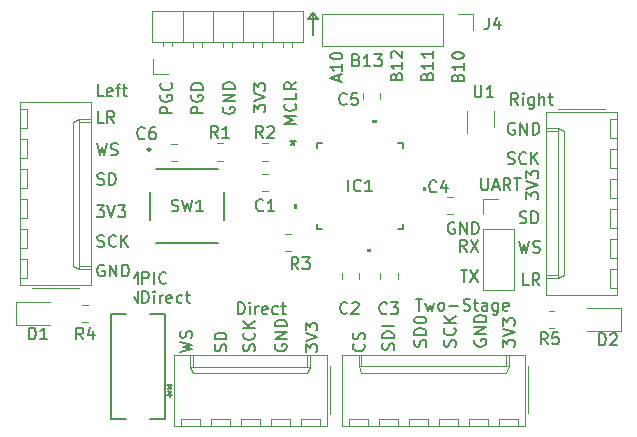
<source format=gbr>
%TF.GenerationSoftware,KiCad,Pcbnew,7.0.6*%
%TF.CreationDate,2024-09-27T11:16:29-07:00*%
%TF.ProjectId,MCU_DSP,4d43555f-4453-4502-9e6b-696361645f70,rev?*%
%TF.SameCoordinates,Original*%
%TF.FileFunction,Legend,Top*%
%TF.FilePolarity,Positive*%
%FSLAX46Y46*%
G04 Gerber Fmt 4.6, Leading zero omitted, Abs format (unit mm)*
G04 Created by KiCad (PCBNEW 7.0.6) date 2024-09-27 11:16:29*
%MOMM*%
%LPD*%
G01*
G04 APERTURE LIST*
%ADD10C,0.150000*%
%ADD11C,0.120000*%
%ADD12C,0.152400*%
%ADD13C,0.254000*%
G04 APERTURE END LIST*
D10*
X207300000Y-130600000D02*
X207300000Y-132400000D01*
X192100000Y-153000000D02*
X192500000Y-152500000D01*
X192500000Y-154100000D02*
X192500000Y-155100000D01*
X192100000Y-154600000D02*
X192500000Y-155100000D01*
X207300000Y-130600000D02*
X207700000Y-131100000D01*
X207700000Y-131100000D02*
X206900000Y-131100000D01*
X207300000Y-130600000D02*
X206900000Y-131100000D01*
X192500000Y-153500000D02*
X192500000Y-152500000D01*
X205869819Y-139963220D02*
X204869819Y-139963220D01*
X204869819Y-139963220D02*
X205584104Y-139629887D01*
X205584104Y-139629887D02*
X204869819Y-139296554D01*
X204869819Y-139296554D02*
X205869819Y-139296554D01*
X205774580Y-138248935D02*
X205822200Y-138296554D01*
X205822200Y-138296554D02*
X205869819Y-138439411D01*
X205869819Y-138439411D02*
X205869819Y-138534649D01*
X205869819Y-138534649D02*
X205822200Y-138677506D01*
X205822200Y-138677506D02*
X205726961Y-138772744D01*
X205726961Y-138772744D02*
X205631723Y-138820363D01*
X205631723Y-138820363D02*
X205441247Y-138867982D01*
X205441247Y-138867982D02*
X205298390Y-138867982D01*
X205298390Y-138867982D02*
X205107914Y-138820363D01*
X205107914Y-138820363D02*
X205012676Y-138772744D01*
X205012676Y-138772744D02*
X204917438Y-138677506D01*
X204917438Y-138677506D02*
X204869819Y-138534649D01*
X204869819Y-138534649D02*
X204869819Y-138439411D01*
X204869819Y-138439411D02*
X204917438Y-138296554D01*
X204917438Y-138296554D02*
X204965057Y-138248935D01*
X205869819Y-137344173D02*
X205869819Y-137820363D01*
X205869819Y-137820363D02*
X204869819Y-137820363D01*
X205869819Y-136439411D02*
X205393628Y-136772744D01*
X205869819Y-137010839D02*
X204869819Y-137010839D01*
X204869819Y-137010839D02*
X204869819Y-136629887D01*
X204869819Y-136629887D02*
X204917438Y-136534649D01*
X204917438Y-136534649D02*
X204965057Y-136487030D01*
X204965057Y-136487030D02*
X205060295Y-136439411D01*
X205060295Y-136439411D02*
X205203152Y-136439411D01*
X205203152Y-136439411D02*
X205298390Y-136487030D01*
X205298390Y-136487030D02*
X205346009Y-136534649D01*
X205346009Y-136534649D02*
X205393628Y-136629887D01*
X205393628Y-136629887D02*
X205393628Y-137010839D01*
X224789160Y-148322200D02*
X224932017Y-148369819D01*
X224932017Y-148369819D02*
X225170112Y-148369819D01*
X225170112Y-148369819D02*
X225265350Y-148322200D01*
X225265350Y-148322200D02*
X225312969Y-148274580D01*
X225312969Y-148274580D02*
X225360588Y-148179342D01*
X225360588Y-148179342D02*
X225360588Y-148084104D01*
X225360588Y-148084104D02*
X225312969Y-147988866D01*
X225312969Y-147988866D02*
X225265350Y-147941247D01*
X225265350Y-147941247D02*
X225170112Y-147893628D01*
X225170112Y-147893628D02*
X224979636Y-147846009D01*
X224979636Y-147846009D02*
X224884398Y-147798390D01*
X224884398Y-147798390D02*
X224836779Y-147750771D01*
X224836779Y-147750771D02*
X224789160Y-147655533D01*
X224789160Y-147655533D02*
X224789160Y-147560295D01*
X224789160Y-147560295D02*
X224836779Y-147465057D01*
X224836779Y-147465057D02*
X224884398Y-147417438D01*
X224884398Y-147417438D02*
X224979636Y-147369819D01*
X224979636Y-147369819D02*
X225217731Y-147369819D01*
X225217731Y-147369819D02*
X225360588Y-147417438D01*
X225789160Y-148369819D02*
X225789160Y-147369819D01*
X225789160Y-147369819D02*
X226027255Y-147369819D01*
X226027255Y-147369819D02*
X226170112Y-147417438D01*
X226170112Y-147417438D02*
X226265350Y-147512676D01*
X226265350Y-147512676D02*
X226312969Y-147607914D01*
X226312969Y-147607914D02*
X226360588Y-147798390D01*
X226360588Y-147798390D02*
X226360588Y-147941247D01*
X226360588Y-147941247D02*
X226312969Y-148131723D01*
X226312969Y-148131723D02*
X226265350Y-148226961D01*
X226265350Y-148226961D02*
X226170112Y-148322200D01*
X226170112Y-148322200D02*
X226027255Y-148369819D01*
X226027255Y-148369819D02*
X225789160Y-148369819D01*
X219793922Y-152369819D02*
X220365350Y-152369819D01*
X220079636Y-153369819D02*
X220079636Y-152369819D01*
X220603446Y-152369819D02*
X221270112Y-153369819D01*
X221270112Y-152369819D02*
X220603446Y-153369819D01*
X188991541Y-141619819D02*
X189229636Y-142619819D01*
X189229636Y-142619819D02*
X189420112Y-141905533D01*
X189420112Y-141905533D02*
X189610588Y-142619819D01*
X189610588Y-142619819D02*
X189848684Y-141619819D01*
X190182017Y-142572200D02*
X190324874Y-142619819D01*
X190324874Y-142619819D02*
X190562969Y-142619819D01*
X190562969Y-142619819D02*
X190658207Y-142572200D01*
X190658207Y-142572200D02*
X190705826Y-142524580D01*
X190705826Y-142524580D02*
X190753445Y-142429342D01*
X190753445Y-142429342D02*
X190753445Y-142334104D01*
X190753445Y-142334104D02*
X190705826Y-142238866D01*
X190705826Y-142238866D02*
X190658207Y-142191247D01*
X190658207Y-142191247D02*
X190562969Y-142143628D01*
X190562969Y-142143628D02*
X190372493Y-142096009D01*
X190372493Y-142096009D02*
X190277255Y-142048390D01*
X190277255Y-142048390D02*
X190229636Y-142000771D01*
X190229636Y-142000771D02*
X190182017Y-141905533D01*
X190182017Y-141905533D02*
X190182017Y-141810295D01*
X190182017Y-141810295D02*
X190229636Y-141715057D01*
X190229636Y-141715057D02*
X190277255Y-141667438D01*
X190277255Y-141667438D02*
X190372493Y-141619819D01*
X190372493Y-141619819D02*
X190610588Y-141619819D01*
X190610588Y-141619819D02*
X190753445Y-141667438D01*
X189039160Y-150322200D02*
X189182017Y-150369819D01*
X189182017Y-150369819D02*
X189420112Y-150369819D01*
X189420112Y-150369819D02*
X189515350Y-150322200D01*
X189515350Y-150322200D02*
X189562969Y-150274580D01*
X189562969Y-150274580D02*
X189610588Y-150179342D01*
X189610588Y-150179342D02*
X189610588Y-150084104D01*
X189610588Y-150084104D02*
X189562969Y-149988866D01*
X189562969Y-149988866D02*
X189515350Y-149941247D01*
X189515350Y-149941247D02*
X189420112Y-149893628D01*
X189420112Y-149893628D02*
X189229636Y-149846009D01*
X189229636Y-149846009D02*
X189134398Y-149798390D01*
X189134398Y-149798390D02*
X189086779Y-149750771D01*
X189086779Y-149750771D02*
X189039160Y-149655533D01*
X189039160Y-149655533D02*
X189039160Y-149560295D01*
X189039160Y-149560295D02*
X189086779Y-149465057D01*
X189086779Y-149465057D02*
X189134398Y-149417438D01*
X189134398Y-149417438D02*
X189229636Y-149369819D01*
X189229636Y-149369819D02*
X189467731Y-149369819D01*
X189467731Y-149369819D02*
X189610588Y-149417438D01*
X190610588Y-150274580D02*
X190562969Y-150322200D01*
X190562969Y-150322200D02*
X190420112Y-150369819D01*
X190420112Y-150369819D02*
X190324874Y-150369819D01*
X190324874Y-150369819D02*
X190182017Y-150322200D01*
X190182017Y-150322200D02*
X190086779Y-150226961D01*
X190086779Y-150226961D02*
X190039160Y-150131723D01*
X190039160Y-150131723D02*
X189991541Y-149941247D01*
X189991541Y-149941247D02*
X189991541Y-149798390D01*
X189991541Y-149798390D02*
X190039160Y-149607914D01*
X190039160Y-149607914D02*
X190086779Y-149512676D01*
X190086779Y-149512676D02*
X190182017Y-149417438D01*
X190182017Y-149417438D02*
X190324874Y-149369819D01*
X190324874Y-149369819D02*
X190420112Y-149369819D01*
X190420112Y-149369819D02*
X190562969Y-149417438D01*
X190562969Y-149417438D02*
X190610588Y-149465057D01*
X191039160Y-150369819D02*
X191039160Y-149369819D01*
X191610588Y-150369819D02*
X191182017Y-149798390D01*
X191610588Y-149369819D02*
X191039160Y-149941247D01*
X224741541Y-149869819D02*
X224979636Y-150869819D01*
X224979636Y-150869819D02*
X225170112Y-150155533D01*
X225170112Y-150155533D02*
X225360588Y-150869819D01*
X225360588Y-150869819D02*
X225598684Y-149869819D01*
X225932017Y-150822200D02*
X226074874Y-150869819D01*
X226074874Y-150869819D02*
X226312969Y-150869819D01*
X226312969Y-150869819D02*
X226408207Y-150822200D01*
X226408207Y-150822200D02*
X226455826Y-150774580D01*
X226455826Y-150774580D02*
X226503445Y-150679342D01*
X226503445Y-150679342D02*
X226503445Y-150584104D01*
X226503445Y-150584104D02*
X226455826Y-150488866D01*
X226455826Y-150488866D02*
X226408207Y-150441247D01*
X226408207Y-150441247D02*
X226312969Y-150393628D01*
X226312969Y-150393628D02*
X226122493Y-150346009D01*
X226122493Y-150346009D02*
X226027255Y-150298390D01*
X226027255Y-150298390D02*
X225979636Y-150250771D01*
X225979636Y-150250771D02*
X225932017Y-150155533D01*
X225932017Y-150155533D02*
X225932017Y-150060295D01*
X225932017Y-150060295D02*
X225979636Y-149965057D01*
X225979636Y-149965057D02*
X226027255Y-149917438D01*
X226027255Y-149917438D02*
X226122493Y-149869819D01*
X226122493Y-149869819D02*
X226360588Y-149869819D01*
X226360588Y-149869819D02*
X226503445Y-149917438D01*
X224658207Y-138369819D02*
X224324874Y-137893628D01*
X224086779Y-138369819D02*
X224086779Y-137369819D01*
X224086779Y-137369819D02*
X224467731Y-137369819D01*
X224467731Y-137369819D02*
X224562969Y-137417438D01*
X224562969Y-137417438D02*
X224610588Y-137465057D01*
X224610588Y-137465057D02*
X224658207Y-137560295D01*
X224658207Y-137560295D02*
X224658207Y-137703152D01*
X224658207Y-137703152D02*
X224610588Y-137798390D01*
X224610588Y-137798390D02*
X224562969Y-137846009D01*
X224562969Y-137846009D02*
X224467731Y-137893628D01*
X224467731Y-137893628D02*
X224086779Y-137893628D01*
X225086779Y-138369819D02*
X225086779Y-137703152D01*
X225086779Y-137369819D02*
X225039160Y-137417438D01*
X225039160Y-137417438D02*
X225086779Y-137465057D01*
X225086779Y-137465057D02*
X225134398Y-137417438D01*
X225134398Y-137417438D02*
X225086779Y-137369819D01*
X225086779Y-137369819D02*
X225086779Y-137465057D01*
X225991540Y-137703152D02*
X225991540Y-138512676D01*
X225991540Y-138512676D02*
X225943921Y-138607914D01*
X225943921Y-138607914D02*
X225896302Y-138655533D01*
X225896302Y-138655533D02*
X225801064Y-138703152D01*
X225801064Y-138703152D02*
X225658207Y-138703152D01*
X225658207Y-138703152D02*
X225562969Y-138655533D01*
X225991540Y-138322200D02*
X225896302Y-138369819D01*
X225896302Y-138369819D02*
X225705826Y-138369819D01*
X225705826Y-138369819D02*
X225610588Y-138322200D01*
X225610588Y-138322200D02*
X225562969Y-138274580D01*
X225562969Y-138274580D02*
X225515350Y-138179342D01*
X225515350Y-138179342D02*
X225515350Y-137893628D01*
X225515350Y-137893628D02*
X225562969Y-137798390D01*
X225562969Y-137798390D02*
X225610588Y-137750771D01*
X225610588Y-137750771D02*
X225705826Y-137703152D01*
X225705826Y-137703152D02*
X225896302Y-137703152D01*
X225896302Y-137703152D02*
X225991540Y-137750771D01*
X226467731Y-138369819D02*
X226467731Y-137369819D01*
X226896302Y-138369819D02*
X226896302Y-137846009D01*
X226896302Y-137846009D02*
X226848683Y-137750771D01*
X226848683Y-137750771D02*
X226753445Y-137703152D01*
X226753445Y-137703152D02*
X226610588Y-137703152D01*
X226610588Y-137703152D02*
X226515350Y-137750771D01*
X226515350Y-137750771D02*
X226467731Y-137798390D01*
X227229636Y-137703152D02*
X227610588Y-137703152D01*
X227372493Y-137369819D02*
X227372493Y-138226961D01*
X227372493Y-138226961D02*
X227420112Y-138322200D01*
X227420112Y-138322200D02*
X227515350Y-138369819D01*
X227515350Y-138369819D02*
X227610588Y-138369819D01*
X202322200Y-159210839D02*
X202369819Y-159067982D01*
X202369819Y-159067982D02*
X202369819Y-158829887D01*
X202369819Y-158829887D02*
X202322200Y-158734649D01*
X202322200Y-158734649D02*
X202274580Y-158687030D01*
X202274580Y-158687030D02*
X202179342Y-158639411D01*
X202179342Y-158639411D02*
X202084104Y-158639411D01*
X202084104Y-158639411D02*
X201988866Y-158687030D01*
X201988866Y-158687030D02*
X201941247Y-158734649D01*
X201941247Y-158734649D02*
X201893628Y-158829887D01*
X201893628Y-158829887D02*
X201846009Y-159020363D01*
X201846009Y-159020363D02*
X201798390Y-159115601D01*
X201798390Y-159115601D02*
X201750771Y-159163220D01*
X201750771Y-159163220D02*
X201655533Y-159210839D01*
X201655533Y-159210839D02*
X201560295Y-159210839D01*
X201560295Y-159210839D02*
X201465057Y-159163220D01*
X201465057Y-159163220D02*
X201417438Y-159115601D01*
X201417438Y-159115601D02*
X201369819Y-159020363D01*
X201369819Y-159020363D02*
X201369819Y-158782268D01*
X201369819Y-158782268D02*
X201417438Y-158639411D01*
X202274580Y-157639411D02*
X202322200Y-157687030D01*
X202322200Y-157687030D02*
X202369819Y-157829887D01*
X202369819Y-157829887D02*
X202369819Y-157925125D01*
X202369819Y-157925125D02*
X202322200Y-158067982D01*
X202322200Y-158067982D02*
X202226961Y-158163220D01*
X202226961Y-158163220D02*
X202131723Y-158210839D01*
X202131723Y-158210839D02*
X201941247Y-158258458D01*
X201941247Y-158258458D02*
X201798390Y-158258458D01*
X201798390Y-158258458D02*
X201607914Y-158210839D01*
X201607914Y-158210839D02*
X201512676Y-158163220D01*
X201512676Y-158163220D02*
X201417438Y-158067982D01*
X201417438Y-158067982D02*
X201369819Y-157925125D01*
X201369819Y-157925125D02*
X201369819Y-157829887D01*
X201369819Y-157829887D02*
X201417438Y-157687030D01*
X201417438Y-157687030D02*
X201465057Y-157639411D01*
X202369819Y-157210839D02*
X201369819Y-157210839D01*
X202369819Y-156639411D02*
X201798390Y-157067982D01*
X201369819Y-156639411D02*
X201941247Y-157210839D01*
X220308207Y-150769819D02*
X219974874Y-150293628D01*
X219736779Y-150769819D02*
X219736779Y-149769819D01*
X219736779Y-149769819D02*
X220117731Y-149769819D01*
X220117731Y-149769819D02*
X220212969Y-149817438D01*
X220212969Y-149817438D02*
X220260588Y-149865057D01*
X220260588Y-149865057D02*
X220308207Y-149960295D01*
X220308207Y-149960295D02*
X220308207Y-150103152D01*
X220308207Y-150103152D02*
X220260588Y-150198390D01*
X220260588Y-150198390D02*
X220212969Y-150246009D01*
X220212969Y-150246009D02*
X220117731Y-150293628D01*
X220117731Y-150293628D02*
X219736779Y-150293628D01*
X220641541Y-149769819D02*
X221308207Y-150769819D01*
X221308207Y-149769819D02*
X220641541Y-150769819D01*
X219260588Y-148317438D02*
X219165350Y-148269819D01*
X219165350Y-148269819D02*
X219022493Y-148269819D01*
X219022493Y-148269819D02*
X218879636Y-148317438D01*
X218879636Y-148317438D02*
X218784398Y-148412676D01*
X218784398Y-148412676D02*
X218736779Y-148507914D01*
X218736779Y-148507914D02*
X218689160Y-148698390D01*
X218689160Y-148698390D02*
X218689160Y-148841247D01*
X218689160Y-148841247D02*
X218736779Y-149031723D01*
X218736779Y-149031723D02*
X218784398Y-149126961D01*
X218784398Y-149126961D02*
X218879636Y-149222200D01*
X218879636Y-149222200D02*
X219022493Y-149269819D01*
X219022493Y-149269819D02*
X219117731Y-149269819D01*
X219117731Y-149269819D02*
X219260588Y-149222200D01*
X219260588Y-149222200D02*
X219308207Y-149174580D01*
X219308207Y-149174580D02*
X219308207Y-148841247D01*
X219308207Y-148841247D02*
X219117731Y-148841247D01*
X219736779Y-149269819D02*
X219736779Y-148269819D01*
X219736779Y-148269819D02*
X220308207Y-149269819D01*
X220308207Y-149269819D02*
X220308207Y-148269819D01*
X220784398Y-149269819D02*
X220784398Y-148269819D01*
X220784398Y-148269819D02*
X221022493Y-148269819D01*
X221022493Y-148269819D02*
X221165350Y-148317438D01*
X221165350Y-148317438D02*
X221260588Y-148412676D01*
X221260588Y-148412676D02*
X221308207Y-148507914D01*
X221308207Y-148507914D02*
X221355826Y-148698390D01*
X221355826Y-148698390D02*
X221355826Y-148841247D01*
X221355826Y-148841247D02*
X221308207Y-149031723D01*
X221308207Y-149031723D02*
X221260588Y-149126961D01*
X221260588Y-149126961D02*
X221165350Y-149222200D01*
X221165350Y-149222200D02*
X221022493Y-149269819D01*
X221022493Y-149269819D02*
X220784398Y-149269819D01*
X192836779Y-153509819D02*
X192836779Y-152509819D01*
X192836779Y-152509819D02*
X193217731Y-152509819D01*
X193217731Y-152509819D02*
X193312969Y-152557438D01*
X193312969Y-152557438D02*
X193360588Y-152605057D01*
X193360588Y-152605057D02*
X193408207Y-152700295D01*
X193408207Y-152700295D02*
X193408207Y-152843152D01*
X193408207Y-152843152D02*
X193360588Y-152938390D01*
X193360588Y-152938390D02*
X193312969Y-152986009D01*
X193312969Y-152986009D02*
X193217731Y-153033628D01*
X193217731Y-153033628D02*
X192836779Y-153033628D01*
X193836779Y-153509819D02*
X193836779Y-152509819D01*
X194884397Y-153414580D02*
X194836778Y-153462200D01*
X194836778Y-153462200D02*
X194693921Y-153509819D01*
X194693921Y-153509819D02*
X194598683Y-153509819D01*
X194598683Y-153509819D02*
X194455826Y-153462200D01*
X194455826Y-153462200D02*
X194360588Y-153366961D01*
X194360588Y-153366961D02*
X194312969Y-153271723D01*
X194312969Y-153271723D02*
X194265350Y-153081247D01*
X194265350Y-153081247D02*
X194265350Y-152938390D01*
X194265350Y-152938390D02*
X194312969Y-152747914D01*
X194312969Y-152747914D02*
X194360588Y-152652676D01*
X194360588Y-152652676D02*
X194455826Y-152557438D01*
X194455826Y-152557438D02*
X194598683Y-152509819D01*
X194598683Y-152509819D02*
X194693921Y-152509819D01*
X194693921Y-152509819D02*
X194836778Y-152557438D01*
X194836778Y-152557438D02*
X194884397Y-152605057D01*
X192836779Y-155119819D02*
X192836779Y-154119819D01*
X192836779Y-154119819D02*
X193074874Y-154119819D01*
X193074874Y-154119819D02*
X193217731Y-154167438D01*
X193217731Y-154167438D02*
X193312969Y-154262676D01*
X193312969Y-154262676D02*
X193360588Y-154357914D01*
X193360588Y-154357914D02*
X193408207Y-154548390D01*
X193408207Y-154548390D02*
X193408207Y-154691247D01*
X193408207Y-154691247D02*
X193360588Y-154881723D01*
X193360588Y-154881723D02*
X193312969Y-154976961D01*
X193312969Y-154976961D02*
X193217731Y-155072200D01*
X193217731Y-155072200D02*
X193074874Y-155119819D01*
X193074874Y-155119819D02*
X192836779Y-155119819D01*
X193836779Y-155119819D02*
X193836779Y-154453152D01*
X193836779Y-154119819D02*
X193789160Y-154167438D01*
X193789160Y-154167438D02*
X193836779Y-154215057D01*
X193836779Y-154215057D02*
X193884398Y-154167438D01*
X193884398Y-154167438D02*
X193836779Y-154119819D01*
X193836779Y-154119819D02*
X193836779Y-154215057D01*
X194312969Y-155119819D02*
X194312969Y-154453152D01*
X194312969Y-154643628D02*
X194360588Y-154548390D01*
X194360588Y-154548390D02*
X194408207Y-154500771D01*
X194408207Y-154500771D02*
X194503445Y-154453152D01*
X194503445Y-154453152D02*
X194598683Y-154453152D01*
X195312969Y-155072200D02*
X195217731Y-155119819D01*
X195217731Y-155119819D02*
X195027255Y-155119819D01*
X195027255Y-155119819D02*
X194932017Y-155072200D01*
X194932017Y-155072200D02*
X194884398Y-154976961D01*
X194884398Y-154976961D02*
X194884398Y-154596009D01*
X194884398Y-154596009D02*
X194932017Y-154500771D01*
X194932017Y-154500771D02*
X195027255Y-154453152D01*
X195027255Y-154453152D02*
X195217731Y-154453152D01*
X195217731Y-154453152D02*
X195312969Y-154500771D01*
X195312969Y-154500771D02*
X195360588Y-154596009D01*
X195360588Y-154596009D02*
X195360588Y-154691247D01*
X195360588Y-154691247D02*
X194884398Y-154786485D01*
X196217731Y-155072200D02*
X196122493Y-155119819D01*
X196122493Y-155119819D02*
X195932017Y-155119819D01*
X195932017Y-155119819D02*
X195836779Y-155072200D01*
X195836779Y-155072200D02*
X195789160Y-155024580D01*
X195789160Y-155024580D02*
X195741541Y-154929342D01*
X195741541Y-154929342D02*
X195741541Y-154643628D01*
X195741541Y-154643628D02*
X195789160Y-154548390D01*
X195789160Y-154548390D02*
X195836779Y-154500771D01*
X195836779Y-154500771D02*
X195932017Y-154453152D01*
X195932017Y-154453152D02*
X196122493Y-154453152D01*
X196122493Y-154453152D02*
X196217731Y-154500771D01*
X196503446Y-154453152D02*
X196884398Y-154453152D01*
X196646303Y-154119819D02*
X196646303Y-154976961D01*
X196646303Y-154976961D02*
X196693922Y-155072200D01*
X196693922Y-155072200D02*
X196789160Y-155119819D01*
X196789160Y-155119819D02*
X196884398Y-155119819D01*
X206669819Y-159258458D02*
X206669819Y-158639411D01*
X206669819Y-158639411D02*
X207050771Y-158972744D01*
X207050771Y-158972744D02*
X207050771Y-158829887D01*
X207050771Y-158829887D02*
X207098390Y-158734649D01*
X207098390Y-158734649D02*
X207146009Y-158687030D01*
X207146009Y-158687030D02*
X207241247Y-158639411D01*
X207241247Y-158639411D02*
X207479342Y-158639411D01*
X207479342Y-158639411D02*
X207574580Y-158687030D01*
X207574580Y-158687030D02*
X207622200Y-158734649D01*
X207622200Y-158734649D02*
X207669819Y-158829887D01*
X207669819Y-158829887D02*
X207669819Y-159115601D01*
X207669819Y-159115601D02*
X207622200Y-159210839D01*
X207622200Y-159210839D02*
X207574580Y-159258458D01*
X206669819Y-158353696D02*
X207669819Y-158020363D01*
X207669819Y-158020363D02*
X206669819Y-157687030D01*
X206669819Y-157448934D02*
X206669819Y-156829887D01*
X206669819Y-156829887D02*
X207050771Y-157163220D01*
X207050771Y-157163220D02*
X207050771Y-157020363D01*
X207050771Y-157020363D02*
X207098390Y-156925125D01*
X207098390Y-156925125D02*
X207146009Y-156877506D01*
X207146009Y-156877506D02*
X207241247Y-156829887D01*
X207241247Y-156829887D02*
X207479342Y-156829887D01*
X207479342Y-156829887D02*
X207574580Y-156877506D01*
X207574580Y-156877506D02*
X207622200Y-156925125D01*
X207622200Y-156925125D02*
X207669819Y-157020363D01*
X207669819Y-157020363D02*
X207669819Y-157306077D01*
X207669819Y-157306077D02*
X207622200Y-157401315D01*
X207622200Y-157401315D02*
X207574580Y-157448934D01*
X216946009Y-135929887D02*
X216993628Y-135787030D01*
X216993628Y-135787030D02*
X217041247Y-135739411D01*
X217041247Y-135739411D02*
X217136485Y-135691792D01*
X217136485Y-135691792D02*
X217279342Y-135691792D01*
X217279342Y-135691792D02*
X217374580Y-135739411D01*
X217374580Y-135739411D02*
X217422200Y-135787030D01*
X217422200Y-135787030D02*
X217469819Y-135882268D01*
X217469819Y-135882268D02*
X217469819Y-136263220D01*
X217469819Y-136263220D02*
X216469819Y-136263220D01*
X216469819Y-136263220D02*
X216469819Y-135929887D01*
X216469819Y-135929887D02*
X216517438Y-135834649D01*
X216517438Y-135834649D02*
X216565057Y-135787030D01*
X216565057Y-135787030D02*
X216660295Y-135739411D01*
X216660295Y-135739411D02*
X216755533Y-135739411D01*
X216755533Y-135739411D02*
X216850771Y-135787030D01*
X216850771Y-135787030D02*
X216898390Y-135834649D01*
X216898390Y-135834649D02*
X216946009Y-135929887D01*
X216946009Y-135929887D02*
X216946009Y-136263220D01*
X217469819Y-134739411D02*
X217469819Y-135310839D01*
X217469819Y-135025125D02*
X216469819Y-135025125D01*
X216469819Y-135025125D02*
X216612676Y-135120363D01*
X216612676Y-135120363D02*
X216707914Y-135215601D01*
X216707914Y-135215601D02*
X216755533Y-135310839D01*
X217469819Y-133787030D02*
X217469819Y-134358458D01*
X217469819Y-134072744D02*
X216469819Y-134072744D01*
X216469819Y-134072744D02*
X216612676Y-134167982D01*
X216612676Y-134167982D02*
X216707914Y-134263220D01*
X216707914Y-134263220D02*
X216755533Y-134358458D01*
X214346009Y-135929887D02*
X214393628Y-135787030D01*
X214393628Y-135787030D02*
X214441247Y-135739411D01*
X214441247Y-135739411D02*
X214536485Y-135691792D01*
X214536485Y-135691792D02*
X214679342Y-135691792D01*
X214679342Y-135691792D02*
X214774580Y-135739411D01*
X214774580Y-135739411D02*
X214822200Y-135787030D01*
X214822200Y-135787030D02*
X214869819Y-135882268D01*
X214869819Y-135882268D02*
X214869819Y-136263220D01*
X214869819Y-136263220D02*
X213869819Y-136263220D01*
X213869819Y-136263220D02*
X213869819Y-135929887D01*
X213869819Y-135929887D02*
X213917438Y-135834649D01*
X213917438Y-135834649D02*
X213965057Y-135787030D01*
X213965057Y-135787030D02*
X214060295Y-135739411D01*
X214060295Y-135739411D02*
X214155533Y-135739411D01*
X214155533Y-135739411D02*
X214250771Y-135787030D01*
X214250771Y-135787030D02*
X214298390Y-135834649D01*
X214298390Y-135834649D02*
X214346009Y-135929887D01*
X214346009Y-135929887D02*
X214346009Y-136263220D01*
X214869819Y-134739411D02*
X214869819Y-135310839D01*
X214869819Y-135025125D02*
X213869819Y-135025125D01*
X213869819Y-135025125D02*
X214012676Y-135120363D01*
X214012676Y-135120363D02*
X214107914Y-135215601D01*
X214107914Y-135215601D02*
X214155533Y-135310839D01*
X213965057Y-134358458D02*
X213917438Y-134310839D01*
X213917438Y-134310839D02*
X213869819Y-134215601D01*
X213869819Y-134215601D02*
X213869819Y-133977506D01*
X213869819Y-133977506D02*
X213917438Y-133882268D01*
X213917438Y-133882268D02*
X213965057Y-133834649D01*
X213965057Y-133834649D02*
X214060295Y-133787030D01*
X214060295Y-133787030D02*
X214155533Y-133787030D01*
X214155533Y-133787030D02*
X214298390Y-133834649D01*
X214298390Y-133834649D02*
X214869819Y-134406077D01*
X214869819Y-134406077D02*
X214869819Y-133787030D01*
X188991541Y-146869819D02*
X189610588Y-146869819D01*
X189610588Y-146869819D02*
X189277255Y-147250771D01*
X189277255Y-147250771D02*
X189420112Y-147250771D01*
X189420112Y-147250771D02*
X189515350Y-147298390D01*
X189515350Y-147298390D02*
X189562969Y-147346009D01*
X189562969Y-147346009D02*
X189610588Y-147441247D01*
X189610588Y-147441247D02*
X189610588Y-147679342D01*
X189610588Y-147679342D02*
X189562969Y-147774580D01*
X189562969Y-147774580D02*
X189515350Y-147822200D01*
X189515350Y-147822200D02*
X189420112Y-147869819D01*
X189420112Y-147869819D02*
X189134398Y-147869819D01*
X189134398Y-147869819D02*
X189039160Y-147822200D01*
X189039160Y-147822200D02*
X188991541Y-147774580D01*
X189896303Y-146869819D02*
X190229636Y-147869819D01*
X190229636Y-147869819D02*
X190562969Y-146869819D01*
X190801065Y-146869819D02*
X191420112Y-146869819D01*
X191420112Y-146869819D02*
X191086779Y-147250771D01*
X191086779Y-147250771D02*
X191229636Y-147250771D01*
X191229636Y-147250771D02*
X191324874Y-147298390D01*
X191324874Y-147298390D02*
X191372493Y-147346009D01*
X191372493Y-147346009D02*
X191420112Y-147441247D01*
X191420112Y-147441247D02*
X191420112Y-147679342D01*
X191420112Y-147679342D02*
X191372493Y-147774580D01*
X191372493Y-147774580D02*
X191324874Y-147822200D01*
X191324874Y-147822200D02*
X191229636Y-147869819D01*
X191229636Y-147869819D02*
X190943922Y-147869819D01*
X190943922Y-147869819D02*
X190848684Y-147822200D01*
X190848684Y-147822200D02*
X190801065Y-147774580D01*
X216822200Y-158810839D02*
X216869819Y-158667982D01*
X216869819Y-158667982D02*
X216869819Y-158429887D01*
X216869819Y-158429887D02*
X216822200Y-158334649D01*
X216822200Y-158334649D02*
X216774580Y-158287030D01*
X216774580Y-158287030D02*
X216679342Y-158239411D01*
X216679342Y-158239411D02*
X216584104Y-158239411D01*
X216584104Y-158239411D02*
X216488866Y-158287030D01*
X216488866Y-158287030D02*
X216441247Y-158334649D01*
X216441247Y-158334649D02*
X216393628Y-158429887D01*
X216393628Y-158429887D02*
X216346009Y-158620363D01*
X216346009Y-158620363D02*
X216298390Y-158715601D01*
X216298390Y-158715601D02*
X216250771Y-158763220D01*
X216250771Y-158763220D02*
X216155533Y-158810839D01*
X216155533Y-158810839D02*
X216060295Y-158810839D01*
X216060295Y-158810839D02*
X215965057Y-158763220D01*
X215965057Y-158763220D02*
X215917438Y-158715601D01*
X215917438Y-158715601D02*
X215869819Y-158620363D01*
X215869819Y-158620363D02*
X215869819Y-158382268D01*
X215869819Y-158382268D02*
X215917438Y-158239411D01*
X216869819Y-157810839D02*
X215869819Y-157810839D01*
X215869819Y-157810839D02*
X215869819Y-157572744D01*
X215869819Y-157572744D02*
X215917438Y-157429887D01*
X215917438Y-157429887D02*
X216012676Y-157334649D01*
X216012676Y-157334649D02*
X216107914Y-157287030D01*
X216107914Y-157287030D02*
X216298390Y-157239411D01*
X216298390Y-157239411D02*
X216441247Y-157239411D01*
X216441247Y-157239411D02*
X216631723Y-157287030D01*
X216631723Y-157287030D02*
X216726961Y-157334649D01*
X216726961Y-157334649D02*
X216822200Y-157429887D01*
X216822200Y-157429887D02*
X216869819Y-157572744D01*
X216869819Y-157572744D02*
X216869819Y-157810839D01*
X215869819Y-156620363D02*
X215869819Y-156525125D01*
X215869819Y-156525125D02*
X215917438Y-156429887D01*
X215917438Y-156429887D02*
X215965057Y-156382268D01*
X215965057Y-156382268D02*
X216060295Y-156334649D01*
X216060295Y-156334649D02*
X216250771Y-156287030D01*
X216250771Y-156287030D02*
X216488866Y-156287030D01*
X216488866Y-156287030D02*
X216679342Y-156334649D01*
X216679342Y-156334649D02*
X216774580Y-156382268D01*
X216774580Y-156382268D02*
X216822200Y-156429887D01*
X216822200Y-156429887D02*
X216869819Y-156525125D01*
X216869819Y-156525125D02*
X216869819Y-156620363D01*
X216869819Y-156620363D02*
X216822200Y-156715601D01*
X216822200Y-156715601D02*
X216774580Y-156763220D01*
X216774580Y-156763220D02*
X216679342Y-156810839D01*
X216679342Y-156810839D02*
X216488866Y-156858458D01*
X216488866Y-156858458D02*
X216250771Y-156858458D01*
X216250771Y-156858458D02*
X216060295Y-156810839D01*
X216060295Y-156810839D02*
X215965057Y-156763220D01*
X215965057Y-156763220D02*
X215917438Y-156715601D01*
X215917438Y-156715601D02*
X215869819Y-156620363D01*
X189610588Y-151917438D02*
X189515350Y-151869819D01*
X189515350Y-151869819D02*
X189372493Y-151869819D01*
X189372493Y-151869819D02*
X189229636Y-151917438D01*
X189229636Y-151917438D02*
X189134398Y-152012676D01*
X189134398Y-152012676D02*
X189086779Y-152107914D01*
X189086779Y-152107914D02*
X189039160Y-152298390D01*
X189039160Y-152298390D02*
X189039160Y-152441247D01*
X189039160Y-152441247D02*
X189086779Y-152631723D01*
X189086779Y-152631723D02*
X189134398Y-152726961D01*
X189134398Y-152726961D02*
X189229636Y-152822200D01*
X189229636Y-152822200D02*
X189372493Y-152869819D01*
X189372493Y-152869819D02*
X189467731Y-152869819D01*
X189467731Y-152869819D02*
X189610588Y-152822200D01*
X189610588Y-152822200D02*
X189658207Y-152774580D01*
X189658207Y-152774580D02*
X189658207Y-152441247D01*
X189658207Y-152441247D02*
X189467731Y-152441247D01*
X190086779Y-152869819D02*
X190086779Y-151869819D01*
X190086779Y-151869819D02*
X190658207Y-152869819D01*
X190658207Y-152869819D02*
X190658207Y-151869819D01*
X191134398Y-152869819D02*
X191134398Y-151869819D01*
X191134398Y-151869819D02*
X191372493Y-151869819D01*
X191372493Y-151869819D02*
X191515350Y-151917438D01*
X191515350Y-151917438D02*
X191610588Y-152012676D01*
X191610588Y-152012676D02*
X191658207Y-152107914D01*
X191658207Y-152107914D02*
X191705826Y-152298390D01*
X191705826Y-152298390D02*
X191705826Y-152441247D01*
X191705826Y-152441247D02*
X191658207Y-152631723D01*
X191658207Y-152631723D02*
X191610588Y-152726961D01*
X191610588Y-152726961D02*
X191515350Y-152822200D01*
X191515350Y-152822200D02*
X191372493Y-152869819D01*
X191372493Y-152869819D02*
X191134398Y-152869819D01*
X210970112Y-134546009D02*
X211112969Y-134593628D01*
X211112969Y-134593628D02*
X211160588Y-134641247D01*
X211160588Y-134641247D02*
X211208207Y-134736485D01*
X211208207Y-134736485D02*
X211208207Y-134879342D01*
X211208207Y-134879342D02*
X211160588Y-134974580D01*
X211160588Y-134974580D02*
X211112969Y-135022200D01*
X211112969Y-135022200D02*
X211017731Y-135069819D01*
X211017731Y-135069819D02*
X210636779Y-135069819D01*
X210636779Y-135069819D02*
X210636779Y-134069819D01*
X210636779Y-134069819D02*
X210970112Y-134069819D01*
X210970112Y-134069819D02*
X211065350Y-134117438D01*
X211065350Y-134117438D02*
X211112969Y-134165057D01*
X211112969Y-134165057D02*
X211160588Y-134260295D01*
X211160588Y-134260295D02*
X211160588Y-134355533D01*
X211160588Y-134355533D02*
X211112969Y-134450771D01*
X211112969Y-134450771D02*
X211065350Y-134498390D01*
X211065350Y-134498390D02*
X210970112Y-134546009D01*
X210970112Y-134546009D02*
X210636779Y-134546009D01*
X212160588Y-135069819D02*
X211589160Y-135069819D01*
X211874874Y-135069819D02*
X211874874Y-134069819D01*
X211874874Y-134069819D02*
X211779636Y-134212676D01*
X211779636Y-134212676D02*
X211684398Y-134307914D01*
X211684398Y-134307914D02*
X211589160Y-134355533D01*
X212493922Y-134069819D02*
X213112969Y-134069819D01*
X213112969Y-134069819D02*
X212779636Y-134450771D01*
X212779636Y-134450771D02*
X212922493Y-134450771D01*
X212922493Y-134450771D02*
X213017731Y-134498390D01*
X213017731Y-134498390D02*
X213065350Y-134546009D01*
X213065350Y-134546009D02*
X213112969Y-134641247D01*
X213112969Y-134641247D02*
X213112969Y-134879342D01*
X213112969Y-134879342D02*
X213065350Y-134974580D01*
X213065350Y-134974580D02*
X213017731Y-135022200D01*
X213017731Y-135022200D02*
X212922493Y-135069819D01*
X212922493Y-135069819D02*
X212636779Y-135069819D01*
X212636779Y-135069819D02*
X212541541Y-135022200D01*
X212541541Y-135022200D02*
X212493922Y-134974580D01*
X215993922Y-154769819D02*
X216565350Y-154769819D01*
X216279636Y-155769819D02*
X216279636Y-154769819D01*
X216803446Y-155103152D02*
X216993922Y-155769819D01*
X216993922Y-155769819D02*
X217184398Y-155293628D01*
X217184398Y-155293628D02*
X217374874Y-155769819D01*
X217374874Y-155769819D02*
X217565350Y-155103152D01*
X218089160Y-155769819D02*
X217993922Y-155722200D01*
X217993922Y-155722200D02*
X217946303Y-155674580D01*
X217946303Y-155674580D02*
X217898684Y-155579342D01*
X217898684Y-155579342D02*
X217898684Y-155293628D01*
X217898684Y-155293628D02*
X217946303Y-155198390D01*
X217946303Y-155198390D02*
X217993922Y-155150771D01*
X217993922Y-155150771D02*
X218089160Y-155103152D01*
X218089160Y-155103152D02*
X218232017Y-155103152D01*
X218232017Y-155103152D02*
X218327255Y-155150771D01*
X218327255Y-155150771D02*
X218374874Y-155198390D01*
X218374874Y-155198390D02*
X218422493Y-155293628D01*
X218422493Y-155293628D02*
X218422493Y-155579342D01*
X218422493Y-155579342D02*
X218374874Y-155674580D01*
X218374874Y-155674580D02*
X218327255Y-155722200D01*
X218327255Y-155722200D02*
X218232017Y-155769819D01*
X218232017Y-155769819D02*
X218089160Y-155769819D01*
X218851065Y-155388866D02*
X219612970Y-155388866D01*
X220041541Y-155722200D02*
X220184398Y-155769819D01*
X220184398Y-155769819D02*
X220422493Y-155769819D01*
X220422493Y-155769819D02*
X220517731Y-155722200D01*
X220517731Y-155722200D02*
X220565350Y-155674580D01*
X220565350Y-155674580D02*
X220612969Y-155579342D01*
X220612969Y-155579342D02*
X220612969Y-155484104D01*
X220612969Y-155484104D02*
X220565350Y-155388866D01*
X220565350Y-155388866D02*
X220517731Y-155341247D01*
X220517731Y-155341247D02*
X220422493Y-155293628D01*
X220422493Y-155293628D02*
X220232017Y-155246009D01*
X220232017Y-155246009D02*
X220136779Y-155198390D01*
X220136779Y-155198390D02*
X220089160Y-155150771D01*
X220089160Y-155150771D02*
X220041541Y-155055533D01*
X220041541Y-155055533D02*
X220041541Y-154960295D01*
X220041541Y-154960295D02*
X220089160Y-154865057D01*
X220089160Y-154865057D02*
X220136779Y-154817438D01*
X220136779Y-154817438D02*
X220232017Y-154769819D01*
X220232017Y-154769819D02*
X220470112Y-154769819D01*
X220470112Y-154769819D02*
X220612969Y-154817438D01*
X220898684Y-155103152D02*
X221279636Y-155103152D01*
X221041541Y-154769819D02*
X221041541Y-155626961D01*
X221041541Y-155626961D02*
X221089160Y-155722200D01*
X221089160Y-155722200D02*
X221184398Y-155769819D01*
X221184398Y-155769819D02*
X221279636Y-155769819D01*
X222041541Y-155769819D02*
X222041541Y-155246009D01*
X222041541Y-155246009D02*
X221993922Y-155150771D01*
X221993922Y-155150771D02*
X221898684Y-155103152D01*
X221898684Y-155103152D02*
X221708208Y-155103152D01*
X221708208Y-155103152D02*
X221612970Y-155150771D01*
X222041541Y-155722200D02*
X221946303Y-155769819D01*
X221946303Y-155769819D02*
X221708208Y-155769819D01*
X221708208Y-155769819D02*
X221612970Y-155722200D01*
X221612970Y-155722200D02*
X221565351Y-155626961D01*
X221565351Y-155626961D02*
X221565351Y-155531723D01*
X221565351Y-155531723D02*
X221612970Y-155436485D01*
X221612970Y-155436485D02*
X221708208Y-155388866D01*
X221708208Y-155388866D02*
X221946303Y-155388866D01*
X221946303Y-155388866D02*
X222041541Y-155341247D01*
X222946303Y-155103152D02*
X222946303Y-155912676D01*
X222946303Y-155912676D02*
X222898684Y-156007914D01*
X222898684Y-156007914D02*
X222851065Y-156055533D01*
X222851065Y-156055533D02*
X222755827Y-156103152D01*
X222755827Y-156103152D02*
X222612970Y-156103152D01*
X222612970Y-156103152D02*
X222517732Y-156055533D01*
X222946303Y-155722200D02*
X222851065Y-155769819D01*
X222851065Y-155769819D02*
X222660589Y-155769819D01*
X222660589Y-155769819D02*
X222565351Y-155722200D01*
X222565351Y-155722200D02*
X222517732Y-155674580D01*
X222517732Y-155674580D02*
X222470113Y-155579342D01*
X222470113Y-155579342D02*
X222470113Y-155293628D01*
X222470113Y-155293628D02*
X222517732Y-155198390D01*
X222517732Y-155198390D02*
X222565351Y-155150771D01*
X222565351Y-155150771D02*
X222660589Y-155103152D01*
X222660589Y-155103152D02*
X222851065Y-155103152D01*
X222851065Y-155103152D02*
X222946303Y-155150771D01*
X223803446Y-155722200D02*
X223708208Y-155769819D01*
X223708208Y-155769819D02*
X223517732Y-155769819D01*
X223517732Y-155769819D02*
X223422494Y-155722200D01*
X223422494Y-155722200D02*
X223374875Y-155626961D01*
X223374875Y-155626961D02*
X223374875Y-155246009D01*
X223374875Y-155246009D02*
X223422494Y-155150771D01*
X223422494Y-155150771D02*
X223517732Y-155103152D01*
X223517732Y-155103152D02*
X223708208Y-155103152D01*
X223708208Y-155103152D02*
X223803446Y-155150771D01*
X223803446Y-155150771D02*
X223851065Y-155246009D01*
X223851065Y-155246009D02*
X223851065Y-155341247D01*
X223851065Y-155341247D02*
X223374875Y-155436485D01*
X189562969Y-137619819D02*
X189086779Y-137619819D01*
X189086779Y-137619819D02*
X189086779Y-136619819D01*
X190277255Y-137572200D02*
X190182017Y-137619819D01*
X190182017Y-137619819D02*
X189991541Y-137619819D01*
X189991541Y-137619819D02*
X189896303Y-137572200D01*
X189896303Y-137572200D02*
X189848684Y-137476961D01*
X189848684Y-137476961D02*
X189848684Y-137096009D01*
X189848684Y-137096009D02*
X189896303Y-137000771D01*
X189896303Y-137000771D02*
X189991541Y-136953152D01*
X189991541Y-136953152D02*
X190182017Y-136953152D01*
X190182017Y-136953152D02*
X190277255Y-137000771D01*
X190277255Y-137000771D02*
X190324874Y-137096009D01*
X190324874Y-137096009D02*
X190324874Y-137191247D01*
X190324874Y-137191247D02*
X189848684Y-137286485D01*
X190610589Y-136953152D02*
X190991541Y-136953152D01*
X190753446Y-137619819D02*
X190753446Y-136762676D01*
X190753446Y-136762676D02*
X190801065Y-136667438D01*
X190801065Y-136667438D02*
X190896303Y-136619819D01*
X190896303Y-136619819D02*
X190991541Y-136619819D01*
X191182018Y-136953152D02*
X191562970Y-136953152D01*
X191324875Y-136619819D02*
X191324875Y-137476961D01*
X191324875Y-137476961D02*
X191372494Y-137572200D01*
X191372494Y-137572200D02*
X191467732Y-137619819D01*
X191467732Y-137619819D02*
X191562970Y-137619819D01*
X204117438Y-158639411D02*
X204069819Y-158734649D01*
X204069819Y-158734649D02*
X204069819Y-158877506D01*
X204069819Y-158877506D02*
X204117438Y-159020363D01*
X204117438Y-159020363D02*
X204212676Y-159115601D01*
X204212676Y-159115601D02*
X204307914Y-159163220D01*
X204307914Y-159163220D02*
X204498390Y-159210839D01*
X204498390Y-159210839D02*
X204641247Y-159210839D01*
X204641247Y-159210839D02*
X204831723Y-159163220D01*
X204831723Y-159163220D02*
X204926961Y-159115601D01*
X204926961Y-159115601D02*
X205022200Y-159020363D01*
X205022200Y-159020363D02*
X205069819Y-158877506D01*
X205069819Y-158877506D02*
X205069819Y-158782268D01*
X205069819Y-158782268D02*
X205022200Y-158639411D01*
X205022200Y-158639411D02*
X204974580Y-158591792D01*
X204974580Y-158591792D02*
X204641247Y-158591792D01*
X204641247Y-158591792D02*
X204641247Y-158782268D01*
X205069819Y-158163220D02*
X204069819Y-158163220D01*
X204069819Y-158163220D02*
X205069819Y-157591792D01*
X205069819Y-157591792D02*
X204069819Y-157591792D01*
X205069819Y-157115601D02*
X204069819Y-157115601D01*
X204069819Y-157115601D02*
X204069819Y-156877506D01*
X204069819Y-156877506D02*
X204117438Y-156734649D01*
X204117438Y-156734649D02*
X204212676Y-156639411D01*
X204212676Y-156639411D02*
X204307914Y-156591792D01*
X204307914Y-156591792D02*
X204498390Y-156544173D01*
X204498390Y-156544173D02*
X204641247Y-156544173D01*
X204641247Y-156544173D02*
X204831723Y-156591792D01*
X204831723Y-156591792D02*
X204926961Y-156639411D01*
X204926961Y-156639411D02*
X205022200Y-156734649D01*
X205022200Y-156734649D02*
X205069819Y-156877506D01*
X205069819Y-156877506D02*
X205069819Y-157115601D01*
X224360588Y-139917438D02*
X224265350Y-139869819D01*
X224265350Y-139869819D02*
X224122493Y-139869819D01*
X224122493Y-139869819D02*
X223979636Y-139917438D01*
X223979636Y-139917438D02*
X223884398Y-140012676D01*
X223884398Y-140012676D02*
X223836779Y-140107914D01*
X223836779Y-140107914D02*
X223789160Y-140298390D01*
X223789160Y-140298390D02*
X223789160Y-140441247D01*
X223789160Y-140441247D02*
X223836779Y-140631723D01*
X223836779Y-140631723D02*
X223884398Y-140726961D01*
X223884398Y-140726961D02*
X223979636Y-140822200D01*
X223979636Y-140822200D02*
X224122493Y-140869819D01*
X224122493Y-140869819D02*
X224217731Y-140869819D01*
X224217731Y-140869819D02*
X224360588Y-140822200D01*
X224360588Y-140822200D02*
X224408207Y-140774580D01*
X224408207Y-140774580D02*
X224408207Y-140441247D01*
X224408207Y-140441247D02*
X224217731Y-140441247D01*
X224836779Y-140869819D02*
X224836779Y-139869819D01*
X224836779Y-139869819D02*
X225408207Y-140869819D01*
X225408207Y-140869819D02*
X225408207Y-139869819D01*
X225884398Y-140869819D02*
X225884398Y-139869819D01*
X225884398Y-139869819D02*
X226122493Y-139869819D01*
X226122493Y-139869819D02*
X226265350Y-139917438D01*
X226265350Y-139917438D02*
X226360588Y-140012676D01*
X226360588Y-140012676D02*
X226408207Y-140107914D01*
X226408207Y-140107914D02*
X226455826Y-140298390D01*
X226455826Y-140298390D02*
X226455826Y-140441247D01*
X226455826Y-140441247D02*
X226408207Y-140631723D01*
X226408207Y-140631723D02*
X226360588Y-140726961D01*
X226360588Y-140726961D02*
X226265350Y-140822200D01*
X226265350Y-140822200D02*
X226122493Y-140869819D01*
X226122493Y-140869819D02*
X225884398Y-140869819D01*
X219546009Y-136029887D02*
X219593628Y-135887030D01*
X219593628Y-135887030D02*
X219641247Y-135839411D01*
X219641247Y-135839411D02*
X219736485Y-135791792D01*
X219736485Y-135791792D02*
X219879342Y-135791792D01*
X219879342Y-135791792D02*
X219974580Y-135839411D01*
X219974580Y-135839411D02*
X220022200Y-135887030D01*
X220022200Y-135887030D02*
X220069819Y-135982268D01*
X220069819Y-135982268D02*
X220069819Y-136363220D01*
X220069819Y-136363220D02*
X219069819Y-136363220D01*
X219069819Y-136363220D02*
X219069819Y-136029887D01*
X219069819Y-136029887D02*
X219117438Y-135934649D01*
X219117438Y-135934649D02*
X219165057Y-135887030D01*
X219165057Y-135887030D02*
X219260295Y-135839411D01*
X219260295Y-135839411D02*
X219355533Y-135839411D01*
X219355533Y-135839411D02*
X219450771Y-135887030D01*
X219450771Y-135887030D02*
X219498390Y-135934649D01*
X219498390Y-135934649D02*
X219546009Y-136029887D01*
X219546009Y-136029887D02*
X219546009Y-136363220D01*
X220069819Y-134839411D02*
X220069819Y-135410839D01*
X220069819Y-135125125D02*
X219069819Y-135125125D01*
X219069819Y-135125125D02*
X219212676Y-135220363D01*
X219212676Y-135220363D02*
X219307914Y-135315601D01*
X219307914Y-135315601D02*
X219355533Y-135410839D01*
X219069819Y-134220363D02*
X219069819Y-134125125D01*
X219069819Y-134125125D02*
X219117438Y-134029887D01*
X219117438Y-134029887D02*
X219165057Y-133982268D01*
X219165057Y-133982268D02*
X219260295Y-133934649D01*
X219260295Y-133934649D02*
X219450771Y-133887030D01*
X219450771Y-133887030D02*
X219688866Y-133887030D01*
X219688866Y-133887030D02*
X219879342Y-133934649D01*
X219879342Y-133934649D02*
X219974580Y-133982268D01*
X219974580Y-133982268D02*
X220022200Y-134029887D01*
X220022200Y-134029887D02*
X220069819Y-134125125D01*
X220069819Y-134125125D02*
X220069819Y-134220363D01*
X220069819Y-134220363D02*
X220022200Y-134315601D01*
X220022200Y-134315601D02*
X219974580Y-134363220D01*
X219974580Y-134363220D02*
X219879342Y-134410839D01*
X219879342Y-134410839D02*
X219688866Y-134458458D01*
X219688866Y-134458458D02*
X219450771Y-134458458D01*
X219450771Y-134458458D02*
X219260295Y-134410839D01*
X219260295Y-134410839D02*
X219165057Y-134363220D01*
X219165057Y-134363220D02*
X219117438Y-134315601D01*
X219117438Y-134315601D02*
X219069819Y-134220363D01*
X200936779Y-156069819D02*
X200936779Y-155069819D01*
X200936779Y-155069819D02*
X201174874Y-155069819D01*
X201174874Y-155069819D02*
X201317731Y-155117438D01*
X201317731Y-155117438D02*
X201412969Y-155212676D01*
X201412969Y-155212676D02*
X201460588Y-155307914D01*
X201460588Y-155307914D02*
X201508207Y-155498390D01*
X201508207Y-155498390D02*
X201508207Y-155641247D01*
X201508207Y-155641247D02*
X201460588Y-155831723D01*
X201460588Y-155831723D02*
X201412969Y-155926961D01*
X201412969Y-155926961D02*
X201317731Y-156022200D01*
X201317731Y-156022200D02*
X201174874Y-156069819D01*
X201174874Y-156069819D02*
X200936779Y-156069819D01*
X201936779Y-156069819D02*
X201936779Y-155403152D01*
X201936779Y-155069819D02*
X201889160Y-155117438D01*
X201889160Y-155117438D02*
X201936779Y-155165057D01*
X201936779Y-155165057D02*
X201984398Y-155117438D01*
X201984398Y-155117438D02*
X201936779Y-155069819D01*
X201936779Y-155069819D02*
X201936779Y-155165057D01*
X202412969Y-156069819D02*
X202412969Y-155403152D01*
X202412969Y-155593628D02*
X202460588Y-155498390D01*
X202460588Y-155498390D02*
X202508207Y-155450771D01*
X202508207Y-155450771D02*
X202603445Y-155403152D01*
X202603445Y-155403152D02*
X202698683Y-155403152D01*
X203412969Y-156022200D02*
X203317731Y-156069819D01*
X203317731Y-156069819D02*
X203127255Y-156069819D01*
X203127255Y-156069819D02*
X203032017Y-156022200D01*
X203032017Y-156022200D02*
X202984398Y-155926961D01*
X202984398Y-155926961D02*
X202984398Y-155546009D01*
X202984398Y-155546009D02*
X203032017Y-155450771D01*
X203032017Y-155450771D02*
X203127255Y-155403152D01*
X203127255Y-155403152D02*
X203317731Y-155403152D01*
X203317731Y-155403152D02*
X203412969Y-155450771D01*
X203412969Y-155450771D02*
X203460588Y-155546009D01*
X203460588Y-155546009D02*
X203460588Y-155641247D01*
X203460588Y-155641247D02*
X202984398Y-155736485D01*
X204317731Y-156022200D02*
X204222493Y-156069819D01*
X204222493Y-156069819D02*
X204032017Y-156069819D01*
X204032017Y-156069819D02*
X203936779Y-156022200D01*
X203936779Y-156022200D02*
X203889160Y-155974580D01*
X203889160Y-155974580D02*
X203841541Y-155879342D01*
X203841541Y-155879342D02*
X203841541Y-155593628D01*
X203841541Y-155593628D02*
X203889160Y-155498390D01*
X203889160Y-155498390D02*
X203936779Y-155450771D01*
X203936779Y-155450771D02*
X204032017Y-155403152D01*
X204032017Y-155403152D02*
X204222493Y-155403152D01*
X204222493Y-155403152D02*
X204317731Y-155450771D01*
X204603446Y-155403152D02*
X204984398Y-155403152D01*
X204746303Y-155069819D02*
X204746303Y-155926961D01*
X204746303Y-155926961D02*
X204793922Y-156022200D01*
X204793922Y-156022200D02*
X204889160Y-156069819D01*
X204889160Y-156069819D02*
X204984398Y-156069819D01*
X223369819Y-158858458D02*
X223369819Y-158239411D01*
X223369819Y-158239411D02*
X223750771Y-158572744D01*
X223750771Y-158572744D02*
X223750771Y-158429887D01*
X223750771Y-158429887D02*
X223798390Y-158334649D01*
X223798390Y-158334649D02*
X223846009Y-158287030D01*
X223846009Y-158287030D02*
X223941247Y-158239411D01*
X223941247Y-158239411D02*
X224179342Y-158239411D01*
X224179342Y-158239411D02*
X224274580Y-158287030D01*
X224274580Y-158287030D02*
X224322200Y-158334649D01*
X224322200Y-158334649D02*
X224369819Y-158429887D01*
X224369819Y-158429887D02*
X224369819Y-158715601D01*
X224369819Y-158715601D02*
X224322200Y-158810839D01*
X224322200Y-158810839D02*
X224274580Y-158858458D01*
X223369819Y-157953696D02*
X224369819Y-157620363D01*
X224369819Y-157620363D02*
X223369819Y-157287030D01*
X223369819Y-157048934D02*
X223369819Y-156429887D01*
X223369819Y-156429887D02*
X223750771Y-156763220D01*
X223750771Y-156763220D02*
X223750771Y-156620363D01*
X223750771Y-156620363D02*
X223798390Y-156525125D01*
X223798390Y-156525125D02*
X223846009Y-156477506D01*
X223846009Y-156477506D02*
X223941247Y-156429887D01*
X223941247Y-156429887D02*
X224179342Y-156429887D01*
X224179342Y-156429887D02*
X224274580Y-156477506D01*
X224274580Y-156477506D02*
X224322200Y-156525125D01*
X224322200Y-156525125D02*
X224369819Y-156620363D01*
X224369819Y-156620363D02*
X224369819Y-156906077D01*
X224369819Y-156906077D02*
X224322200Y-157001315D01*
X224322200Y-157001315D02*
X224274580Y-157048934D01*
X196039819Y-159268458D02*
X197039819Y-159030363D01*
X197039819Y-159030363D02*
X196325533Y-158839887D01*
X196325533Y-158839887D02*
X197039819Y-158649411D01*
X197039819Y-158649411D02*
X196039819Y-158411316D01*
X196992200Y-158077982D02*
X197039819Y-157935125D01*
X197039819Y-157935125D02*
X197039819Y-157697030D01*
X197039819Y-157697030D02*
X196992200Y-157601792D01*
X196992200Y-157601792D02*
X196944580Y-157554173D01*
X196944580Y-157554173D02*
X196849342Y-157506554D01*
X196849342Y-157506554D02*
X196754104Y-157506554D01*
X196754104Y-157506554D02*
X196658866Y-157554173D01*
X196658866Y-157554173D02*
X196611247Y-157601792D01*
X196611247Y-157601792D02*
X196563628Y-157697030D01*
X196563628Y-157697030D02*
X196516009Y-157887506D01*
X196516009Y-157887506D02*
X196468390Y-157982744D01*
X196468390Y-157982744D02*
X196420771Y-158030363D01*
X196420771Y-158030363D02*
X196325533Y-158077982D01*
X196325533Y-158077982D02*
X196230295Y-158077982D01*
X196230295Y-158077982D02*
X196135057Y-158030363D01*
X196135057Y-158030363D02*
X196087438Y-157982744D01*
X196087438Y-157982744D02*
X196039819Y-157887506D01*
X196039819Y-157887506D02*
X196039819Y-157649411D01*
X196039819Y-157649411D02*
X196087438Y-157506554D01*
X189039160Y-145072200D02*
X189182017Y-145119819D01*
X189182017Y-145119819D02*
X189420112Y-145119819D01*
X189420112Y-145119819D02*
X189515350Y-145072200D01*
X189515350Y-145072200D02*
X189562969Y-145024580D01*
X189562969Y-145024580D02*
X189610588Y-144929342D01*
X189610588Y-144929342D02*
X189610588Y-144834104D01*
X189610588Y-144834104D02*
X189562969Y-144738866D01*
X189562969Y-144738866D02*
X189515350Y-144691247D01*
X189515350Y-144691247D02*
X189420112Y-144643628D01*
X189420112Y-144643628D02*
X189229636Y-144596009D01*
X189229636Y-144596009D02*
X189134398Y-144548390D01*
X189134398Y-144548390D02*
X189086779Y-144500771D01*
X189086779Y-144500771D02*
X189039160Y-144405533D01*
X189039160Y-144405533D02*
X189039160Y-144310295D01*
X189039160Y-144310295D02*
X189086779Y-144215057D01*
X189086779Y-144215057D02*
X189134398Y-144167438D01*
X189134398Y-144167438D02*
X189229636Y-144119819D01*
X189229636Y-144119819D02*
X189467731Y-144119819D01*
X189467731Y-144119819D02*
X189610588Y-144167438D01*
X190039160Y-145119819D02*
X190039160Y-144119819D01*
X190039160Y-144119819D02*
X190277255Y-144119819D01*
X190277255Y-144119819D02*
X190420112Y-144167438D01*
X190420112Y-144167438D02*
X190515350Y-144262676D01*
X190515350Y-144262676D02*
X190562969Y-144357914D01*
X190562969Y-144357914D02*
X190610588Y-144548390D01*
X190610588Y-144548390D02*
X190610588Y-144691247D01*
X190610588Y-144691247D02*
X190562969Y-144881723D01*
X190562969Y-144881723D02*
X190515350Y-144976961D01*
X190515350Y-144976961D02*
X190420112Y-145072200D01*
X190420112Y-145072200D02*
X190277255Y-145119819D01*
X190277255Y-145119819D02*
X190039160Y-145119819D01*
X195369819Y-139063220D02*
X194369819Y-139063220D01*
X194369819Y-139063220D02*
X194369819Y-138682268D01*
X194369819Y-138682268D02*
X194417438Y-138587030D01*
X194417438Y-138587030D02*
X194465057Y-138539411D01*
X194465057Y-138539411D02*
X194560295Y-138491792D01*
X194560295Y-138491792D02*
X194703152Y-138491792D01*
X194703152Y-138491792D02*
X194798390Y-138539411D01*
X194798390Y-138539411D02*
X194846009Y-138587030D01*
X194846009Y-138587030D02*
X194893628Y-138682268D01*
X194893628Y-138682268D02*
X194893628Y-139063220D01*
X194417438Y-137539411D02*
X194369819Y-137634649D01*
X194369819Y-137634649D02*
X194369819Y-137777506D01*
X194369819Y-137777506D02*
X194417438Y-137920363D01*
X194417438Y-137920363D02*
X194512676Y-138015601D01*
X194512676Y-138015601D02*
X194607914Y-138063220D01*
X194607914Y-138063220D02*
X194798390Y-138110839D01*
X194798390Y-138110839D02*
X194941247Y-138110839D01*
X194941247Y-138110839D02*
X195131723Y-138063220D01*
X195131723Y-138063220D02*
X195226961Y-138015601D01*
X195226961Y-138015601D02*
X195322200Y-137920363D01*
X195322200Y-137920363D02*
X195369819Y-137777506D01*
X195369819Y-137777506D02*
X195369819Y-137682268D01*
X195369819Y-137682268D02*
X195322200Y-137539411D01*
X195322200Y-137539411D02*
X195274580Y-137491792D01*
X195274580Y-137491792D02*
X194941247Y-137491792D01*
X194941247Y-137491792D02*
X194941247Y-137682268D01*
X195274580Y-136491792D02*
X195322200Y-136539411D01*
X195322200Y-136539411D02*
X195369819Y-136682268D01*
X195369819Y-136682268D02*
X195369819Y-136777506D01*
X195369819Y-136777506D02*
X195322200Y-136920363D01*
X195322200Y-136920363D02*
X195226961Y-137015601D01*
X195226961Y-137015601D02*
X195131723Y-137063220D01*
X195131723Y-137063220D02*
X194941247Y-137110839D01*
X194941247Y-137110839D02*
X194798390Y-137110839D01*
X194798390Y-137110839D02*
X194607914Y-137063220D01*
X194607914Y-137063220D02*
X194512676Y-137015601D01*
X194512676Y-137015601D02*
X194417438Y-136920363D01*
X194417438Y-136920363D02*
X194369819Y-136777506D01*
X194369819Y-136777506D02*
X194369819Y-136682268D01*
X194369819Y-136682268D02*
X194417438Y-136539411D01*
X194417438Y-136539411D02*
X194465057Y-136491792D01*
X202269819Y-138958458D02*
X202269819Y-138339411D01*
X202269819Y-138339411D02*
X202650771Y-138672744D01*
X202650771Y-138672744D02*
X202650771Y-138529887D01*
X202650771Y-138529887D02*
X202698390Y-138434649D01*
X202698390Y-138434649D02*
X202746009Y-138387030D01*
X202746009Y-138387030D02*
X202841247Y-138339411D01*
X202841247Y-138339411D02*
X203079342Y-138339411D01*
X203079342Y-138339411D02*
X203174580Y-138387030D01*
X203174580Y-138387030D02*
X203222200Y-138434649D01*
X203222200Y-138434649D02*
X203269819Y-138529887D01*
X203269819Y-138529887D02*
X203269819Y-138815601D01*
X203269819Y-138815601D02*
X203222200Y-138910839D01*
X203222200Y-138910839D02*
X203174580Y-138958458D01*
X202269819Y-138053696D02*
X203269819Y-137720363D01*
X203269819Y-137720363D02*
X202269819Y-137387030D01*
X202269819Y-137148934D02*
X202269819Y-136529887D01*
X202269819Y-136529887D02*
X202650771Y-136863220D01*
X202650771Y-136863220D02*
X202650771Y-136720363D01*
X202650771Y-136720363D02*
X202698390Y-136625125D01*
X202698390Y-136625125D02*
X202746009Y-136577506D01*
X202746009Y-136577506D02*
X202841247Y-136529887D01*
X202841247Y-136529887D02*
X203079342Y-136529887D01*
X203079342Y-136529887D02*
X203174580Y-136577506D01*
X203174580Y-136577506D02*
X203222200Y-136625125D01*
X203222200Y-136625125D02*
X203269819Y-136720363D01*
X203269819Y-136720363D02*
X203269819Y-137006077D01*
X203269819Y-137006077D02*
X203222200Y-137101315D01*
X203222200Y-137101315D02*
X203174580Y-137148934D01*
X219322200Y-158810839D02*
X219369819Y-158667982D01*
X219369819Y-158667982D02*
X219369819Y-158429887D01*
X219369819Y-158429887D02*
X219322200Y-158334649D01*
X219322200Y-158334649D02*
X219274580Y-158287030D01*
X219274580Y-158287030D02*
X219179342Y-158239411D01*
X219179342Y-158239411D02*
X219084104Y-158239411D01*
X219084104Y-158239411D02*
X218988866Y-158287030D01*
X218988866Y-158287030D02*
X218941247Y-158334649D01*
X218941247Y-158334649D02*
X218893628Y-158429887D01*
X218893628Y-158429887D02*
X218846009Y-158620363D01*
X218846009Y-158620363D02*
X218798390Y-158715601D01*
X218798390Y-158715601D02*
X218750771Y-158763220D01*
X218750771Y-158763220D02*
X218655533Y-158810839D01*
X218655533Y-158810839D02*
X218560295Y-158810839D01*
X218560295Y-158810839D02*
X218465057Y-158763220D01*
X218465057Y-158763220D02*
X218417438Y-158715601D01*
X218417438Y-158715601D02*
X218369819Y-158620363D01*
X218369819Y-158620363D02*
X218369819Y-158382268D01*
X218369819Y-158382268D02*
X218417438Y-158239411D01*
X219274580Y-157239411D02*
X219322200Y-157287030D01*
X219322200Y-157287030D02*
X219369819Y-157429887D01*
X219369819Y-157429887D02*
X219369819Y-157525125D01*
X219369819Y-157525125D02*
X219322200Y-157667982D01*
X219322200Y-157667982D02*
X219226961Y-157763220D01*
X219226961Y-157763220D02*
X219131723Y-157810839D01*
X219131723Y-157810839D02*
X218941247Y-157858458D01*
X218941247Y-157858458D02*
X218798390Y-157858458D01*
X218798390Y-157858458D02*
X218607914Y-157810839D01*
X218607914Y-157810839D02*
X218512676Y-157763220D01*
X218512676Y-157763220D02*
X218417438Y-157667982D01*
X218417438Y-157667982D02*
X218369819Y-157525125D01*
X218369819Y-157525125D02*
X218369819Y-157429887D01*
X218369819Y-157429887D02*
X218417438Y-157287030D01*
X218417438Y-157287030D02*
X218465057Y-157239411D01*
X219369819Y-156810839D02*
X218369819Y-156810839D01*
X219369819Y-156239411D02*
X218798390Y-156667982D01*
X218369819Y-156239411D02*
X218941247Y-156810839D01*
X223789160Y-143322200D02*
X223932017Y-143369819D01*
X223932017Y-143369819D02*
X224170112Y-143369819D01*
X224170112Y-143369819D02*
X224265350Y-143322200D01*
X224265350Y-143322200D02*
X224312969Y-143274580D01*
X224312969Y-143274580D02*
X224360588Y-143179342D01*
X224360588Y-143179342D02*
X224360588Y-143084104D01*
X224360588Y-143084104D02*
X224312969Y-142988866D01*
X224312969Y-142988866D02*
X224265350Y-142941247D01*
X224265350Y-142941247D02*
X224170112Y-142893628D01*
X224170112Y-142893628D02*
X223979636Y-142846009D01*
X223979636Y-142846009D02*
X223884398Y-142798390D01*
X223884398Y-142798390D02*
X223836779Y-142750771D01*
X223836779Y-142750771D02*
X223789160Y-142655533D01*
X223789160Y-142655533D02*
X223789160Y-142560295D01*
X223789160Y-142560295D02*
X223836779Y-142465057D01*
X223836779Y-142465057D02*
X223884398Y-142417438D01*
X223884398Y-142417438D02*
X223979636Y-142369819D01*
X223979636Y-142369819D02*
X224217731Y-142369819D01*
X224217731Y-142369819D02*
X224360588Y-142417438D01*
X225360588Y-143274580D02*
X225312969Y-143322200D01*
X225312969Y-143322200D02*
X225170112Y-143369819D01*
X225170112Y-143369819D02*
X225074874Y-143369819D01*
X225074874Y-143369819D02*
X224932017Y-143322200D01*
X224932017Y-143322200D02*
X224836779Y-143226961D01*
X224836779Y-143226961D02*
X224789160Y-143131723D01*
X224789160Y-143131723D02*
X224741541Y-142941247D01*
X224741541Y-142941247D02*
X224741541Y-142798390D01*
X224741541Y-142798390D02*
X224789160Y-142607914D01*
X224789160Y-142607914D02*
X224836779Y-142512676D01*
X224836779Y-142512676D02*
X224932017Y-142417438D01*
X224932017Y-142417438D02*
X225074874Y-142369819D01*
X225074874Y-142369819D02*
X225170112Y-142369819D01*
X225170112Y-142369819D02*
X225312969Y-142417438D01*
X225312969Y-142417438D02*
X225360588Y-142465057D01*
X225789160Y-143369819D02*
X225789160Y-142369819D01*
X226360588Y-143369819D02*
X225932017Y-142798390D01*
X226360588Y-142369819D02*
X225789160Y-142941247D01*
X225369819Y-146358458D02*
X225369819Y-145739411D01*
X225369819Y-145739411D02*
X225750771Y-146072744D01*
X225750771Y-146072744D02*
X225750771Y-145929887D01*
X225750771Y-145929887D02*
X225798390Y-145834649D01*
X225798390Y-145834649D02*
X225846009Y-145787030D01*
X225846009Y-145787030D02*
X225941247Y-145739411D01*
X225941247Y-145739411D02*
X226179342Y-145739411D01*
X226179342Y-145739411D02*
X226274580Y-145787030D01*
X226274580Y-145787030D02*
X226322200Y-145834649D01*
X226322200Y-145834649D02*
X226369819Y-145929887D01*
X226369819Y-145929887D02*
X226369819Y-146215601D01*
X226369819Y-146215601D02*
X226322200Y-146310839D01*
X226322200Y-146310839D02*
X226274580Y-146358458D01*
X225369819Y-145453696D02*
X226369819Y-145120363D01*
X226369819Y-145120363D02*
X225369819Y-144787030D01*
X225369819Y-144548934D02*
X225369819Y-143929887D01*
X225369819Y-143929887D02*
X225750771Y-144263220D01*
X225750771Y-144263220D02*
X225750771Y-144120363D01*
X225750771Y-144120363D02*
X225798390Y-144025125D01*
X225798390Y-144025125D02*
X225846009Y-143977506D01*
X225846009Y-143977506D02*
X225941247Y-143929887D01*
X225941247Y-143929887D02*
X226179342Y-143929887D01*
X226179342Y-143929887D02*
X226274580Y-143977506D01*
X226274580Y-143977506D02*
X226322200Y-144025125D01*
X226322200Y-144025125D02*
X226369819Y-144120363D01*
X226369819Y-144120363D02*
X226369819Y-144406077D01*
X226369819Y-144406077D02*
X226322200Y-144501315D01*
X226322200Y-144501315D02*
X226274580Y-144548934D01*
X211574580Y-158591792D02*
X211622200Y-158639411D01*
X211622200Y-158639411D02*
X211669819Y-158782268D01*
X211669819Y-158782268D02*
X211669819Y-158877506D01*
X211669819Y-158877506D02*
X211622200Y-159020363D01*
X211622200Y-159020363D02*
X211526961Y-159115601D01*
X211526961Y-159115601D02*
X211431723Y-159163220D01*
X211431723Y-159163220D02*
X211241247Y-159210839D01*
X211241247Y-159210839D02*
X211098390Y-159210839D01*
X211098390Y-159210839D02*
X210907914Y-159163220D01*
X210907914Y-159163220D02*
X210812676Y-159115601D01*
X210812676Y-159115601D02*
X210717438Y-159020363D01*
X210717438Y-159020363D02*
X210669819Y-158877506D01*
X210669819Y-158877506D02*
X210669819Y-158782268D01*
X210669819Y-158782268D02*
X210717438Y-158639411D01*
X210717438Y-158639411D02*
X210765057Y-158591792D01*
X211622200Y-158210839D02*
X211669819Y-158067982D01*
X211669819Y-158067982D02*
X211669819Y-157829887D01*
X211669819Y-157829887D02*
X211622200Y-157734649D01*
X211622200Y-157734649D02*
X211574580Y-157687030D01*
X211574580Y-157687030D02*
X211479342Y-157639411D01*
X211479342Y-157639411D02*
X211384104Y-157639411D01*
X211384104Y-157639411D02*
X211288866Y-157687030D01*
X211288866Y-157687030D02*
X211241247Y-157734649D01*
X211241247Y-157734649D02*
X211193628Y-157829887D01*
X211193628Y-157829887D02*
X211146009Y-158020363D01*
X211146009Y-158020363D02*
X211098390Y-158115601D01*
X211098390Y-158115601D02*
X211050771Y-158163220D01*
X211050771Y-158163220D02*
X210955533Y-158210839D01*
X210955533Y-158210839D02*
X210860295Y-158210839D01*
X210860295Y-158210839D02*
X210765057Y-158163220D01*
X210765057Y-158163220D02*
X210717438Y-158115601D01*
X210717438Y-158115601D02*
X210669819Y-158020363D01*
X210669819Y-158020363D02*
X210669819Y-157782268D01*
X210669819Y-157782268D02*
X210717438Y-157639411D01*
X189562969Y-139869819D02*
X189086779Y-139869819D01*
X189086779Y-139869819D02*
X189086779Y-138869819D01*
X190467731Y-139869819D02*
X190134398Y-139393628D01*
X189896303Y-139869819D02*
X189896303Y-138869819D01*
X189896303Y-138869819D02*
X190277255Y-138869819D01*
X190277255Y-138869819D02*
X190372493Y-138917438D01*
X190372493Y-138917438D02*
X190420112Y-138965057D01*
X190420112Y-138965057D02*
X190467731Y-139060295D01*
X190467731Y-139060295D02*
X190467731Y-139203152D01*
X190467731Y-139203152D02*
X190420112Y-139298390D01*
X190420112Y-139298390D02*
X190372493Y-139346009D01*
X190372493Y-139346009D02*
X190277255Y-139393628D01*
X190277255Y-139393628D02*
X189896303Y-139393628D01*
X221536779Y-144569819D02*
X221536779Y-145379342D01*
X221536779Y-145379342D02*
X221584398Y-145474580D01*
X221584398Y-145474580D02*
X221632017Y-145522200D01*
X221632017Y-145522200D02*
X221727255Y-145569819D01*
X221727255Y-145569819D02*
X221917731Y-145569819D01*
X221917731Y-145569819D02*
X222012969Y-145522200D01*
X222012969Y-145522200D02*
X222060588Y-145474580D01*
X222060588Y-145474580D02*
X222108207Y-145379342D01*
X222108207Y-145379342D02*
X222108207Y-144569819D01*
X222536779Y-145284104D02*
X223012969Y-145284104D01*
X222441541Y-145569819D02*
X222774874Y-144569819D01*
X222774874Y-144569819D02*
X223108207Y-145569819D01*
X224012969Y-145569819D02*
X223679636Y-145093628D01*
X223441541Y-145569819D02*
X223441541Y-144569819D01*
X223441541Y-144569819D02*
X223822493Y-144569819D01*
X223822493Y-144569819D02*
X223917731Y-144617438D01*
X223917731Y-144617438D02*
X223965350Y-144665057D01*
X223965350Y-144665057D02*
X224012969Y-144760295D01*
X224012969Y-144760295D02*
X224012969Y-144903152D01*
X224012969Y-144903152D02*
X223965350Y-144998390D01*
X223965350Y-144998390D02*
X223917731Y-145046009D01*
X223917731Y-145046009D02*
X223822493Y-145093628D01*
X223822493Y-145093628D02*
X223441541Y-145093628D01*
X224298684Y-144569819D02*
X224870112Y-144569819D01*
X224584398Y-145569819D02*
X224584398Y-144569819D01*
X225562969Y-153619819D02*
X225086779Y-153619819D01*
X225086779Y-153619819D02*
X225086779Y-152619819D01*
X226467731Y-153619819D02*
X226134398Y-153143628D01*
X225896303Y-153619819D02*
X225896303Y-152619819D01*
X225896303Y-152619819D02*
X226277255Y-152619819D01*
X226277255Y-152619819D02*
X226372493Y-152667438D01*
X226372493Y-152667438D02*
X226420112Y-152715057D01*
X226420112Y-152715057D02*
X226467731Y-152810295D01*
X226467731Y-152810295D02*
X226467731Y-152953152D01*
X226467731Y-152953152D02*
X226420112Y-153048390D01*
X226420112Y-153048390D02*
X226372493Y-153096009D01*
X226372493Y-153096009D02*
X226277255Y-153143628D01*
X226277255Y-153143628D02*
X225896303Y-153143628D01*
X221017438Y-158239411D02*
X220969819Y-158334649D01*
X220969819Y-158334649D02*
X220969819Y-158477506D01*
X220969819Y-158477506D02*
X221017438Y-158620363D01*
X221017438Y-158620363D02*
X221112676Y-158715601D01*
X221112676Y-158715601D02*
X221207914Y-158763220D01*
X221207914Y-158763220D02*
X221398390Y-158810839D01*
X221398390Y-158810839D02*
X221541247Y-158810839D01*
X221541247Y-158810839D02*
X221731723Y-158763220D01*
X221731723Y-158763220D02*
X221826961Y-158715601D01*
X221826961Y-158715601D02*
X221922200Y-158620363D01*
X221922200Y-158620363D02*
X221969819Y-158477506D01*
X221969819Y-158477506D02*
X221969819Y-158382268D01*
X221969819Y-158382268D02*
X221922200Y-158239411D01*
X221922200Y-158239411D02*
X221874580Y-158191792D01*
X221874580Y-158191792D02*
X221541247Y-158191792D01*
X221541247Y-158191792D02*
X221541247Y-158382268D01*
X221969819Y-157763220D02*
X220969819Y-157763220D01*
X220969819Y-157763220D02*
X221969819Y-157191792D01*
X221969819Y-157191792D02*
X220969819Y-157191792D01*
X221969819Y-156715601D02*
X220969819Y-156715601D01*
X220969819Y-156715601D02*
X220969819Y-156477506D01*
X220969819Y-156477506D02*
X221017438Y-156334649D01*
X221017438Y-156334649D02*
X221112676Y-156239411D01*
X221112676Y-156239411D02*
X221207914Y-156191792D01*
X221207914Y-156191792D02*
X221398390Y-156144173D01*
X221398390Y-156144173D02*
X221541247Y-156144173D01*
X221541247Y-156144173D02*
X221731723Y-156191792D01*
X221731723Y-156191792D02*
X221826961Y-156239411D01*
X221826961Y-156239411D02*
X221922200Y-156334649D01*
X221922200Y-156334649D02*
X221969819Y-156477506D01*
X221969819Y-156477506D02*
X221969819Y-156715601D01*
X227158207Y-158619819D02*
X226824874Y-158143628D01*
X226586779Y-158619819D02*
X226586779Y-157619819D01*
X226586779Y-157619819D02*
X226967731Y-157619819D01*
X226967731Y-157619819D02*
X227062969Y-157667438D01*
X227062969Y-157667438D02*
X227110588Y-157715057D01*
X227110588Y-157715057D02*
X227158207Y-157810295D01*
X227158207Y-157810295D02*
X227158207Y-157953152D01*
X227158207Y-157953152D02*
X227110588Y-158048390D01*
X227110588Y-158048390D02*
X227062969Y-158096009D01*
X227062969Y-158096009D02*
X226967731Y-158143628D01*
X226967731Y-158143628D02*
X226586779Y-158143628D01*
X228062969Y-157619819D02*
X227586779Y-157619819D01*
X227586779Y-157619819D02*
X227539160Y-158096009D01*
X227539160Y-158096009D02*
X227586779Y-158048390D01*
X227586779Y-158048390D02*
X227682017Y-158000771D01*
X227682017Y-158000771D02*
X227920112Y-158000771D01*
X227920112Y-158000771D02*
X228015350Y-158048390D01*
X228015350Y-158048390D02*
X228062969Y-158096009D01*
X228062969Y-158096009D02*
X228110588Y-158191247D01*
X228110588Y-158191247D02*
X228110588Y-158429342D01*
X228110588Y-158429342D02*
X228062969Y-158524580D01*
X228062969Y-158524580D02*
X228015350Y-158572200D01*
X228015350Y-158572200D02*
X227920112Y-158619819D01*
X227920112Y-158619819D02*
X227682017Y-158619819D01*
X227682017Y-158619819D02*
X227586779Y-158572200D01*
X227586779Y-158572200D02*
X227539160Y-158524580D01*
X199717438Y-138539411D02*
X199669819Y-138634649D01*
X199669819Y-138634649D02*
X199669819Y-138777506D01*
X199669819Y-138777506D02*
X199717438Y-138920363D01*
X199717438Y-138920363D02*
X199812676Y-139015601D01*
X199812676Y-139015601D02*
X199907914Y-139063220D01*
X199907914Y-139063220D02*
X200098390Y-139110839D01*
X200098390Y-139110839D02*
X200241247Y-139110839D01*
X200241247Y-139110839D02*
X200431723Y-139063220D01*
X200431723Y-139063220D02*
X200526961Y-139015601D01*
X200526961Y-139015601D02*
X200622200Y-138920363D01*
X200622200Y-138920363D02*
X200669819Y-138777506D01*
X200669819Y-138777506D02*
X200669819Y-138682268D01*
X200669819Y-138682268D02*
X200622200Y-138539411D01*
X200622200Y-138539411D02*
X200574580Y-138491792D01*
X200574580Y-138491792D02*
X200241247Y-138491792D01*
X200241247Y-138491792D02*
X200241247Y-138682268D01*
X200669819Y-138063220D02*
X199669819Y-138063220D01*
X199669819Y-138063220D02*
X200669819Y-137491792D01*
X200669819Y-137491792D02*
X199669819Y-137491792D01*
X200669819Y-137015601D02*
X199669819Y-137015601D01*
X199669819Y-137015601D02*
X199669819Y-136777506D01*
X199669819Y-136777506D02*
X199717438Y-136634649D01*
X199717438Y-136634649D02*
X199812676Y-136539411D01*
X199812676Y-136539411D02*
X199907914Y-136491792D01*
X199907914Y-136491792D02*
X200098390Y-136444173D01*
X200098390Y-136444173D02*
X200241247Y-136444173D01*
X200241247Y-136444173D02*
X200431723Y-136491792D01*
X200431723Y-136491792D02*
X200526961Y-136539411D01*
X200526961Y-136539411D02*
X200622200Y-136634649D01*
X200622200Y-136634649D02*
X200669819Y-136777506D01*
X200669819Y-136777506D02*
X200669819Y-137015601D01*
X199922200Y-159210839D02*
X199969819Y-159067982D01*
X199969819Y-159067982D02*
X199969819Y-158829887D01*
X199969819Y-158829887D02*
X199922200Y-158734649D01*
X199922200Y-158734649D02*
X199874580Y-158687030D01*
X199874580Y-158687030D02*
X199779342Y-158639411D01*
X199779342Y-158639411D02*
X199684104Y-158639411D01*
X199684104Y-158639411D02*
X199588866Y-158687030D01*
X199588866Y-158687030D02*
X199541247Y-158734649D01*
X199541247Y-158734649D02*
X199493628Y-158829887D01*
X199493628Y-158829887D02*
X199446009Y-159020363D01*
X199446009Y-159020363D02*
X199398390Y-159115601D01*
X199398390Y-159115601D02*
X199350771Y-159163220D01*
X199350771Y-159163220D02*
X199255533Y-159210839D01*
X199255533Y-159210839D02*
X199160295Y-159210839D01*
X199160295Y-159210839D02*
X199065057Y-159163220D01*
X199065057Y-159163220D02*
X199017438Y-159115601D01*
X199017438Y-159115601D02*
X198969819Y-159020363D01*
X198969819Y-159020363D02*
X198969819Y-158782268D01*
X198969819Y-158782268D02*
X199017438Y-158639411D01*
X199969819Y-158210839D02*
X198969819Y-158210839D01*
X198969819Y-158210839D02*
X198969819Y-157972744D01*
X198969819Y-157972744D02*
X199017438Y-157829887D01*
X199017438Y-157829887D02*
X199112676Y-157734649D01*
X199112676Y-157734649D02*
X199207914Y-157687030D01*
X199207914Y-157687030D02*
X199398390Y-157639411D01*
X199398390Y-157639411D02*
X199541247Y-157639411D01*
X199541247Y-157639411D02*
X199731723Y-157687030D01*
X199731723Y-157687030D02*
X199826961Y-157734649D01*
X199826961Y-157734649D02*
X199922200Y-157829887D01*
X199922200Y-157829887D02*
X199969819Y-157972744D01*
X199969819Y-157972744D02*
X199969819Y-158210839D01*
X214122200Y-159110839D02*
X214169819Y-158967982D01*
X214169819Y-158967982D02*
X214169819Y-158729887D01*
X214169819Y-158729887D02*
X214122200Y-158634649D01*
X214122200Y-158634649D02*
X214074580Y-158587030D01*
X214074580Y-158587030D02*
X213979342Y-158539411D01*
X213979342Y-158539411D02*
X213884104Y-158539411D01*
X213884104Y-158539411D02*
X213788866Y-158587030D01*
X213788866Y-158587030D02*
X213741247Y-158634649D01*
X213741247Y-158634649D02*
X213693628Y-158729887D01*
X213693628Y-158729887D02*
X213646009Y-158920363D01*
X213646009Y-158920363D02*
X213598390Y-159015601D01*
X213598390Y-159015601D02*
X213550771Y-159063220D01*
X213550771Y-159063220D02*
X213455533Y-159110839D01*
X213455533Y-159110839D02*
X213360295Y-159110839D01*
X213360295Y-159110839D02*
X213265057Y-159063220D01*
X213265057Y-159063220D02*
X213217438Y-159015601D01*
X213217438Y-159015601D02*
X213169819Y-158920363D01*
X213169819Y-158920363D02*
X213169819Y-158682268D01*
X213169819Y-158682268D02*
X213217438Y-158539411D01*
X214169819Y-158110839D02*
X213169819Y-158110839D01*
X213169819Y-158110839D02*
X213169819Y-157872744D01*
X213169819Y-157872744D02*
X213217438Y-157729887D01*
X213217438Y-157729887D02*
X213312676Y-157634649D01*
X213312676Y-157634649D02*
X213407914Y-157587030D01*
X213407914Y-157587030D02*
X213598390Y-157539411D01*
X213598390Y-157539411D02*
X213741247Y-157539411D01*
X213741247Y-157539411D02*
X213931723Y-157587030D01*
X213931723Y-157587030D02*
X214026961Y-157634649D01*
X214026961Y-157634649D02*
X214122200Y-157729887D01*
X214122200Y-157729887D02*
X214169819Y-157872744D01*
X214169819Y-157872744D02*
X214169819Y-158110839D01*
X214169819Y-157110839D02*
X213169819Y-157110839D01*
X209484104Y-136310839D02*
X209484104Y-135834649D01*
X209769819Y-136406077D02*
X208769819Y-136072744D01*
X208769819Y-136072744D02*
X209769819Y-135739411D01*
X209769819Y-134882268D02*
X209769819Y-135453696D01*
X209769819Y-135167982D02*
X208769819Y-135167982D01*
X208769819Y-135167982D02*
X208912676Y-135263220D01*
X208912676Y-135263220D02*
X209007914Y-135358458D01*
X209007914Y-135358458D02*
X209055533Y-135453696D01*
X208769819Y-134263220D02*
X208769819Y-134167982D01*
X208769819Y-134167982D02*
X208817438Y-134072744D01*
X208817438Y-134072744D02*
X208865057Y-134025125D01*
X208865057Y-134025125D02*
X208960295Y-133977506D01*
X208960295Y-133977506D02*
X209150771Y-133929887D01*
X209150771Y-133929887D02*
X209388866Y-133929887D01*
X209388866Y-133929887D02*
X209579342Y-133977506D01*
X209579342Y-133977506D02*
X209674580Y-134025125D01*
X209674580Y-134025125D02*
X209722200Y-134072744D01*
X209722200Y-134072744D02*
X209769819Y-134167982D01*
X209769819Y-134167982D02*
X209769819Y-134263220D01*
X209769819Y-134263220D02*
X209722200Y-134358458D01*
X209722200Y-134358458D02*
X209674580Y-134406077D01*
X209674580Y-134406077D02*
X209579342Y-134453696D01*
X209579342Y-134453696D02*
X209388866Y-134501315D01*
X209388866Y-134501315D02*
X209150771Y-134501315D01*
X209150771Y-134501315D02*
X208960295Y-134453696D01*
X208960295Y-134453696D02*
X208865057Y-134406077D01*
X208865057Y-134406077D02*
X208817438Y-134358458D01*
X208817438Y-134358458D02*
X208769819Y-134263220D01*
X197969819Y-139063220D02*
X196969819Y-139063220D01*
X196969819Y-139063220D02*
X196969819Y-138682268D01*
X196969819Y-138682268D02*
X197017438Y-138587030D01*
X197017438Y-138587030D02*
X197065057Y-138539411D01*
X197065057Y-138539411D02*
X197160295Y-138491792D01*
X197160295Y-138491792D02*
X197303152Y-138491792D01*
X197303152Y-138491792D02*
X197398390Y-138539411D01*
X197398390Y-138539411D02*
X197446009Y-138587030D01*
X197446009Y-138587030D02*
X197493628Y-138682268D01*
X197493628Y-138682268D02*
X197493628Y-139063220D01*
X197017438Y-137539411D02*
X196969819Y-137634649D01*
X196969819Y-137634649D02*
X196969819Y-137777506D01*
X196969819Y-137777506D02*
X197017438Y-137920363D01*
X197017438Y-137920363D02*
X197112676Y-138015601D01*
X197112676Y-138015601D02*
X197207914Y-138063220D01*
X197207914Y-138063220D02*
X197398390Y-138110839D01*
X197398390Y-138110839D02*
X197541247Y-138110839D01*
X197541247Y-138110839D02*
X197731723Y-138063220D01*
X197731723Y-138063220D02*
X197826961Y-138015601D01*
X197826961Y-138015601D02*
X197922200Y-137920363D01*
X197922200Y-137920363D02*
X197969819Y-137777506D01*
X197969819Y-137777506D02*
X197969819Y-137682268D01*
X197969819Y-137682268D02*
X197922200Y-137539411D01*
X197922200Y-137539411D02*
X197874580Y-137491792D01*
X197874580Y-137491792D02*
X197541247Y-137491792D01*
X197541247Y-137491792D02*
X197541247Y-137682268D01*
X197969819Y-137063220D02*
X196969819Y-137063220D01*
X196969819Y-137063220D02*
X196969819Y-136825125D01*
X196969819Y-136825125D02*
X197017438Y-136682268D01*
X197017438Y-136682268D02*
X197112676Y-136587030D01*
X197112676Y-136587030D02*
X197207914Y-136539411D01*
X197207914Y-136539411D02*
X197398390Y-136491792D01*
X197398390Y-136491792D02*
X197541247Y-136491792D01*
X197541247Y-136491792D02*
X197731723Y-136539411D01*
X197731723Y-136539411D02*
X197826961Y-136587030D01*
X197826961Y-136587030D02*
X197922200Y-136682268D01*
X197922200Y-136682268D02*
X197969819Y-136825125D01*
X197969819Y-136825125D02*
X197969819Y-137063220D01*
X206063333Y-152264819D02*
X205730000Y-151788628D01*
X205491905Y-152264819D02*
X205491905Y-151264819D01*
X205491905Y-151264819D02*
X205872857Y-151264819D01*
X205872857Y-151264819D02*
X205968095Y-151312438D01*
X205968095Y-151312438D02*
X206015714Y-151360057D01*
X206015714Y-151360057D02*
X206063333Y-151455295D01*
X206063333Y-151455295D02*
X206063333Y-151598152D01*
X206063333Y-151598152D02*
X206015714Y-151693390D01*
X206015714Y-151693390D02*
X205968095Y-151741009D01*
X205968095Y-151741009D02*
X205872857Y-151788628D01*
X205872857Y-151788628D02*
X205491905Y-151788628D01*
X206396667Y-151264819D02*
X207015714Y-151264819D01*
X207015714Y-151264819D02*
X206682381Y-151645771D01*
X206682381Y-151645771D02*
X206825238Y-151645771D01*
X206825238Y-151645771D02*
X206920476Y-151693390D01*
X206920476Y-151693390D02*
X206968095Y-151741009D01*
X206968095Y-151741009D02*
X207015714Y-151836247D01*
X207015714Y-151836247D02*
X207015714Y-152074342D01*
X207015714Y-152074342D02*
X206968095Y-152169580D01*
X206968095Y-152169580D02*
X206920476Y-152217200D01*
X206920476Y-152217200D02*
X206825238Y-152264819D01*
X206825238Y-152264819D02*
X206539524Y-152264819D01*
X206539524Y-152264819D02*
X206444286Y-152217200D01*
X206444286Y-152217200D02*
X206396667Y-152169580D01*
X210298410Y-145679618D02*
X210298410Y-144679618D01*
X211346028Y-145584379D02*
X211298409Y-145631999D01*
X211298409Y-145631999D02*
X211155552Y-145679618D01*
X211155552Y-145679618D02*
X211060314Y-145679618D01*
X211060314Y-145679618D02*
X210917457Y-145631999D01*
X210917457Y-145631999D02*
X210822219Y-145536760D01*
X210822219Y-145536760D02*
X210774600Y-145441522D01*
X210774600Y-145441522D02*
X210726981Y-145251046D01*
X210726981Y-145251046D02*
X210726981Y-145108189D01*
X210726981Y-145108189D02*
X210774600Y-144917713D01*
X210774600Y-144917713D02*
X210822219Y-144822475D01*
X210822219Y-144822475D02*
X210917457Y-144727237D01*
X210917457Y-144727237D02*
X211060314Y-144679618D01*
X211060314Y-144679618D02*
X211155552Y-144679618D01*
X211155552Y-144679618D02*
X211298409Y-144727237D01*
X211298409Y-144727237D02*
X211346028Y-144774856D01*
X212298409Y-145679618D02*
X211726981Y-145679618D01*
X212012695Y-145679618D02*
X212012695Y-144679618D01*
X212012695Y-144679618D02*
X211917457Y-144822475D01*
X211917457Y-144822475D02*
X211822219Y-144917713D01*
X211822219Y-144917713D02*
X211726981Y-144965332D01*
X205585000Y-141298618D02*
X205585000Y-141536713D01*
X205346905Y-141441475D02*
X205585000Y-141536713D01*
X205585000Y-141536713D02*
X205823095Y-141441475D01*
X205442143Y-141727189D02*
X205585000Y-141536713D01*
X205585000Y-141536713D02*
X205727857Y-141727189D01*
X205585000Y-141298618D02*
X205585000Y-141536713D01*
X205346905Y-141441475D02*
X205585000Y-141536713D01*
X205585000Y-141536713D02*
X205823095Y-141441475D01*
X205442143Y-141727189D02*
X205585000Y-141536713D01*
X205585000Y-141536713D02*
X205727857Y-141727189D01*
X222166666Y-130954819D02*
X222166666Y-131669104D01*
X222166666Y-131669104D02*
X222119047Y-131811961D01*
X222119047Y-131811961D02*
X222023809Y-131907200D01*
X222023809Y-131907200D02*
X221880952Y-131954819D01*
X221880952Y-131954819D02*
X221785714Y-131954819D01*
X223071428Y-131288152D02*
X223071428Y-131954819D01*
X222833333Y-130907200D02*
X222595238Y-131621485D01*
X222595238Y-131621485D02*
X223214285Y-131621485D01*
X210133333Y-138259580D02*
X210085714Y-138307200D01*
X210085714Y-138307200D02*
X209942857Y-138354819D01*
X209942857Y-138354819D02*
X209847619Y-138354819D01*
X209847619Y-138354819D02*
X209704762Y-138307200D01*
X209704762Y-138307200D02*
X209609524Y-138211961D01*
X209609524Y-138211961D02*
X209561905Y-138116723D01*
X209561905Y-138116723D02*
X209514286Y-137926247D01*
X209514286Y-137926247D02*
X209514286Y-137783390D01*
X209514286Y-137783390D02*
X209561905Y-137592914D01*
X209561905Y-137592914D02*
X209609524Y-137497676D01*
X209609524Y-137497676D02*
X209704762Y-137402438D01*
X209704762Y-137402438D02*
X209847619Y-137354819D01*
X209847619Y-137354819D02*
X209942857Y-137354819D01*
X209942857Y-137354819D02*
X210085714Y-137402438D01*
X210085714Y-137402438D02*
X210133333Y-137450057D01*
X211038095Y-137354819D02*
X210561905Y-137354819D01*
X210561905Y-137354819D02*
X210514286Y-137831009D01*
X210514286Y-137831009D02*
X210561905Y-137783390D01*
X210561905Y-137783390D02*
X210657143Y-137735771D01*
X210657143Y-137735771D02*
X210895238Y-137735771D01*
X210895238Y-137735771D02*
X210990476Y-137783390D01*
X210990476Y-137783390D02*
X211038095Y-137831009D01*
X211038095Y-137831009D02*
X211085714Y-137926247D01*
X211085714Y-137926247D02*
X211085714Y-138164342D01*
X211085714Y-138164342D02*
X211038095Y-138259580D01*
X211038095Y-138259580D02*
X210990476Y-138307200D01*
X210990476Y-138307200D02*
X210895238Y-138354819D01*
X210895238Y-138354819D02*
X210657143Y-138354819D01*
X210657143Y-138354819D02*
X210561905Y-138307200D01*
X210561905Y-138307200D02*
X210514286Y-138259580D01*
X199243333Y-141134819D02*
X198910000Y-140658628D01*
X198671905Y-141134819D02*
X198671905Y-140134819D01*
X198671905Y-140134819D02*
X199052857Y-140134819D01*
X199052857Y-140134819D02*
X199148095Y-140182438D01*
X199148095Y-140182438D02*
X199195714Y-140230057D01*
X199195714Y-140230057D02*
X199243333Y-140325295D01*
X199243333Y-140325295D02*
X199243333Y-140468152D01*
X199243333Y-140468152D02*
X199195714Y-140563390D01*
X199195714Y-140563390D02*
X199148095Y-140611009D01*
X199148095Y-140611009D02*
X199052857Y-140658628D01*
X199052857Y-140658628D02*
X198671905Y-140658628D01*
X200195714Y-141134819D02*
X199624286Y-141134819D01*
X199910000Y-141134819D02*
X199910000Y-140134819D01*
X199910000Y-140134819D02*
X199814762Y-140277676D01*
X199814762Y-140277676D02*
X199719524Y-140372914D01*
X199719524Y-140372914D02*
X199624286Y-140420533D01*
X195316666Y-147317200D02*
X195459523Y-147364819D01*
X195459523Y-147364819D02*
X195697618Y-147364819D01*
X195697618Y-147364819D02*
X195792856Y-147317200D01*
X195792856Y-147317200D02*
X195840475Y-147269580D01*
X195840475Y-147269580D02*
X195888094Y-147174342D01*
X195888094Y-147174342D02*
X195888094Y-147079104D01*
X195888094Y-147079104D02*
X195840475Y-146983866D01*
X195840475Y-146983866D02*
X195792856Y-146936247D01*
X195792856Y-146936247D02*
X195697618Y-146888628D01*
X195697618Y-146888628D02*
X195507142Y-146841009D01*
X195507142Y-146841009D02*
X195411904Y-146793390D01*
X195411904Y-146793390D02*
X195364285Y-146745771D01*
X195364285Y-146745771D02*
X195316666Y-146650533D01*
X195316666Y-146650533D02*
X195316666Y-146555295D01*
X195316666Y-146555295D02*
X195364285Y-146460057D01*
X195364285Y-146460057D02*
X195411904Y-146412438D01*
X195411904Y-146412438D02*
X195507142Y-146364819D01*
X195507142Y-146364819D02*
X195745237Y-146364819D01*
X195745237Y-146364819D02*
X195888094Y-146412438D01*
X196221428Y-146364819D02*
X196459523Y-147364819D01*
X196459523Y-147364819D02*
X196649999Y-146650533D01*
X196649999Y-146650533D02*
X196840475Y-147364819D01*
X196840475Y-147364819D02*
X197078571Y-146364819D01*
X197983332Y-147364819D02*
X197411904Y-147364819D01*
X197697618Y-147364819D02*
X197697618Y-146364819D01*
X197697618Y-146364819D02*
X197602380Y-146507676D01*
X197602380Y-146507676D02*
X197507142Y-146602914D01*
X197507142Y-146602914D02*
X197411904Y-146650533D01*
X217733333Y-145659580D02*
X217685714Y-145707200D01*
X217685714Y-145707200D02*
X217542857Y-145754819D01*
X217542857Y-145754819D02*
X217447619Y-145754819D01*
X217447619Y-145754819D02*
X217304762Y-145707200D01*
X217304762Y-145707200D02*
X217209524Y-145611961D01*
X217209524Y-145611961D02*
X217161905Y-145516723D01*
X217161905Y-145516723D02*
X217114286Y-145326247D01*
X217114286Y-145326247D02*
X217114286Y-145183390D01*
X217114286Y-145183390D02*
X217161905Y-144992914D01*
X217161905Y-144992914D02*
X217209524Y-144897676D01*
X217209524Y-144897676D02*
X217304762Y-144802438D01*
X217304762Y-144802438D02*
X217447619Y-144754819D01*
X217447619Y-144754819D02*
X217542857Y-144754819D01*
X217542857Y-144754819D02*
X217685714Y-144802438D01*
X217685714Y-144802438D02*
X217733333Y-144850057D01*
X218590476Y-145088152D02*
X218590476Y-145754819D01*
X218352381Y-144707200D02*
X218114286Y-145421485D01*
X218114286Y-145421485D02*
X218733333Y-145421485D01*
X195154300Y-161954819D02*
X195154300Y-162192914D01*
X194916205Y-162097676D02*
X195154300Y-162192914D01*
X195154300Y-162192914D02*
X195392395Y-162097676D01*
X195011443Y-162383390D02*
X195154300Y-162192914D01*
X195154300Y-162192914D02*
X195297157Y-162383390D01*
X195154299Y-163045180D02*
X195154299Y-162807085D01*
X195392394Y-162902323D02*
X195154299Y-162807085D01*
X195154299Y-162807085D02*
X194916204Y-162902323D01*
X195297156Y-162616609D02*
X195154299Y-162807085D01*
X195154299Y-162807085D02*
X195011442Y-162616609D01*
X213543333Y-155979580D02*
X213495714Y-156027200D01*
X213495714Y-156027200D02*
X213352857Y-156074819D01*
X213352857Y-156074819D02*
X213257619Y-156074819D01*
X213257619Y-156074819D02*
X213114762Y-156027200D01*
X213114762Y-156027200D02*
X213019524Y-155931961D01*
X213019524Y-155931961D02*
X212971905Y-155836723D01*
X212971905Y-155836723D02*
X212924286Y-155646247D01*
X212924286Y-155646247D02*
X212924286Y-155503390D01*
X212924286Y-155503390D02*
X212971905Y-155312914D01*
X212971905Y-155312914D02*
X213019524Y-155217676D01*
X213019524Y-155217676D02*
X213114762Y-155122438D01*
X213114762Y-155122438D02*
X213257619Y-155074819D01*
X213257619Y-155074819D02*
X213352857Y-155074819D01*
X213352857Y-155074819D02*
X213495714Y-155122438D01*
X213495714Y-155122438D02*
X213543333Y-155170057D01*
X213876667Y-155074819D02*
X214495714Y-155074819D01*
X214495714Y-155074819D02*
X214162381Y-155455771D01*
X214162381Y-155455771D02*
X214305238Y-155455771D01*
X214305238Y-155455771D02*
X214400476Y-155503390D01*
X214400476Y-155503390D02*
X214448095Y-155551009D01*
X214448095Y-155551009D02*
X214495714Y-155646247D01*
X214495714Y-155646247D02*
X214495714Y-155884342D01*
X214495714Y-155884342D02*
X214448095Y-155979580D01*
X214448095Y-155979580D02*
X214400476Y-156027200D01*
X214400476Y-156027200D02*
X214305238Y-156074819D01*
X214305238Y-156074819D02*
X214019524Y-156074819D01*
X214019524Y-156074819D02*
X213924286Y-156027200D01*
X213924286Y-156027200D02*
X213876667Y-155979580D01*
X187833333Y-158204819D02*
X187500000Y-157728628D01*
X187261905Y-158204819D02*
X187261905Y-157204819D01*
X187261905Y-157204819D02*
X187642857Y-157204819D01*
X187642857Y-157204819D02*
X187738095Y-157252438D01*
X187738095Y-157252438D02*
X187785714Y-157300057D01*
X187785714Y-157300057D02*
X187833333Y-157395295D01*
X187833333Y-157395295D02*
X187833333Y-157538152D01*
X187833333Y-157538152D02*
X187785714Y-157633390D01*
X187785714Y-157633390D02*
X187738095Y-157681009D01*
X187738095Y-157681009D02*
X187642857Y-157728628D01*
X187642857Y-157728628D02*
X187261905Y-157728628D01*
X188690476Y-157538152D02*
X188690476Y-158204819D01*
X188452381Y-157157200D02*
X188214286Y-157871485D01*
X188214286Y-157871485D02*
X188833333Y-157871485D01*
X203053333Y-141144819D02*
X202720000Y-140668628D01*
X202481905Y-141144819D02*
X202481905Y-140144819D01*
X202481905Y-140144819D02*
X202862857Y-140144819D01*
X202862857Y-140144819D02*
X202958095Y-140192438D01*
X202958095Y-140192438D02*
X203005714Y-140240057D01*
X203005714Y-140240057D02*
X203053333Y-140335295D01*
X203053333Y-140335295D02*
X203053333Y-140478152D01*
X203053333Y-140478152D02*
X203005714Y-140573390D01*
X203005714Y-140573390D02*
X202958095Y-140621009D01*
X202958095Y-140621009D02*
X202862857Y-140668628D01*
X202862857Y-140668628D02*
X202481905Y-140668628D01*
X203434286Y-140240057D02*
X203481905Y-140192438D01*
X203481905Y-140192438D02*
X203577143Y-140144819D01*
X203577143Y-140144819D02*
X203815238Y-140144819D01*
X203815238Y-140144819D02*
X203910476Y-140192438D01*
X203910476Y-140192438D02*
X203958095Y-140240057D01*
X203958095Y-140240057D02*
X204005714Y-140335295D01*
X204005714Y-140335295D02*
X204005714Y-140430533D01*
X204005714Y-140430533D02*
X203958095Y-140573390D01*
X203958095Y-140573390D02*
X203386667Y-141144819D01*
X203386667Y-141144819D02*
X204005714Y-141144819D01*
X231511905Y-158704819D02*
X231511905Y-157704819D01*
X231511905Y-157704819D02*
X231750000Y-157704819D01*
X231750000Y-157704819D02*
X231892857Y-157752438D01*
X231892857Y-157752438D02*
X231988095Y-157847676D01*
X231988095Y-157847676D02*
X232035714Y-157942914D01*
X232035714Y-157942914D02*
X232083333Y-158133390D01*
X232083333Y-158133390D02*
X232083333Y-158276247D01*
X232083333Y-158276247D02*
X232035714Y-158466723D01*
X232035714Y-158466723D02*
X231988095Y-158561961D01*
X231988095Y-158561961D02*
X231892857Y-158657200D01*
X231892857Y-158657200D02*
X231750000Y-158704819D01*
X231750000Y-158704819D02*
X231511905Y-158704819D01*
X232464286Y-157800057D02*
X232511905Y-157752438D01*
X232511905Y-157752438D02*
X232607143Y-157704819D01*
X232607143Y-157704819D02*
X232845238Y-157704819D01*
X232845238Y-157704819D02*
X232940476Y-157752438D01*
X232940476Y-157752438D02*
X232988095Y-157800057D01*
X232988095Y-157800057D02*
X233035714Y-157895295D01*
X233035714Y-157895295D02*
X233035714Y-157990533D01*
X233035714Y-157990533D02*
X232988095Y-158133390D01*
X232988095Y-158133390D02*
X232416667Y-158704819D01*
X232416667Y-158704819D02*
X233035714Y-158704819D01*
X183261905Y-158204819D02*
X183261905Y-157204819D01*
X183261905Y-157204819D02*
X183500000Y-157204819D01*
X183500000Y-157204819D02*
X183642857Y-157252438D01*
X183642857Y-157252438D02*
X183738095Y-157347676D01*
X183738095Y-157347676D02*
X183785714Y-157442914D01*
X183785714Y-157442914D02*
X183833333Y-157633390D01*
X183833333Y-157633390D02*
X183833333Y-157776247D01*
X183833333Y-157776247D02*
X183785714Y-157966723D01*
X183785714Y-157966723D02*
X183738095Y-158061961D01*
X183738095Y-158061961D02*
X183642857Y-158157200D01*
X183642857Y-158157200D02*
X183500000Y-158204819D01*
X183500000Y-158204819D02*
X183261905Y-158204819D01*
X184785714Y-158204819D02*
X184214286Y-158204819D01*
X184500000Y-158204819D02*
X184500000Y-157204819D01*
X184500000Y-157204819D02*
X184404762Y-157347676D01*
X184404762Y-157347676D02*
X184309524Y-157442914D01*
X184309524Y-157442914D02*
X184214286Y-157490533D01*
X203083333Y-147249580D02*
X203035714Y-147297200D01*
X203035714Y-147297200D02*
X202892857Y-147344819D01*
X202892857Y-147344819D02*
X202797619Y-147344819D01*
X202797619Y-147344819D02*
X202654762Y-147297200D01*
X202654762Y-147297200D02*
X202559524Y-147201961D01*
X202559524Y-147201961D02*
X202511905Y-147106723D01*
X202511905Y-147106723D02*
X202464286Y-146916247D01*
X202464286Y-146916247D02*
X202464286Y-146773390D01*
X202464286Y-146773390D02*
X202511905Y-146582914D01*
X202511905Y-146582914D02*
X202559524Y-146487676D01*
X202559524Y-146487676D02*
X202654762Y-146392438D01*
X202654762Y-146392438D02*
X202797619Y-146344819D01*
X202797619Y-146344819D02*
X202892857Y-146344819D01*
X202892857Y-146344819D02*
X203035714Y-146392438D01*
X203035714Y-146392438D02*
X203083333Y-146440057D01*
X204035714Y-147344819D02*
X203464286Y-147344819D01*
X203750000Y-147344819D02*
X203750000Y-146344819D01*
X203750000Y-146344819D02*
X203654762Y-146487676D01*
X203654762Y-146487676D02*
X203559524Y-146582914D01*
X203559524Y-146582914D02*
X203464286Y-146630533D01*
X193033333Y-141159580D02*
X192985714Y-141207200D01*
X192985714Y-141207200D02*
X192842857Y-141254819D01*
X192842857Y-141254819D02*
X192747619Y-141254819D01*
X192747619Y-141254819D02*
X192604762Y-141207200D01*
X192604762Y-141207200D02*
X192509524Y-141111961D01*
X192509524Y-141111961D02*
X192461905Y-141016723D01*
X192461905Y-141016723D02*
X192414286Y-140826247D01*
X192414286Y-140826247D02*
X192414286Y-140683390D01*
X192414286Y-140683390D02*
X192461905Y-140492914D01*
X192461905Y-140492914D02*
X192509524Y-140397676D01*
X192509524Y-140397676D02*
X192604762Y-140302438D01*
X192604762Y-140302438D02*
X192747619Y-140254819D01*
X192747619Y-140254819D02*
X192842857Y-140254819D01*
X192842857Y-140254819D02*
X192985714Y-140302438D01*
X192985714Y-140302438D02*
X193033333Y-140350057D01*
X193890476Y-140254819D02*
X193700000Y-140254819D01*
X193700000Y-140254819D02*
X193604762Y-140302438D01*
X193604762Y-140302438D02*
X193557143Y-140350057D01*
X193557143Y-140350057D02*
X193461905Y-140492914D01*
X193461905Y-140492914D02*
X193414286Y-140683390D01*
X193414286Y-140683390D02*
X193414286Y-141064342D01*
X193414286Y-141064342D02*
X193461905Y-141159580D01*
X193461905Y-141159580D02*
X193509524Y-141207200D01*
X193509524Y-141207200D02*
X193604762Y-141254819D01*
X193604762Y-141254819D02*
X193795238Y-141254819D01*
X193795238Y-141254819D02*
X193890476Y-141207200D01*
X193890476Y-141207200D02*
X193938095Y-141159580D01*
X193938095Y-141159580D02*
X193985714Y-141064342D01*
X193985714Y-141064342D02*
X193985714Y-140826247D01*
X193985714Y-140826247D02*
X193938095Y-140731009D01*
X193938095Y-140731009D02*
X193890476Y-140683390D01*
X193890476Y-140683390D02*
X193795238Y-140635771D01*
X193795238Y-140635771D02*
X193604762Y-140635771D01*
X193604762Y-140635771D02*
X193509524Y-140683390D01*
X193509524Y-140683390D02*
X193461905Y-140731009D01*
X193461905Y-140731009D02*
X193414286Y-140826247D01*
X210213333Y-155949580D02*
X210165714Y-155997200D01*
X210165714Y-155997200D02*
X210022857Y-156044819D01*
X210022857Y-156044819D02*
X209927619Y-156044819D01*
X209927619Y-156044819D02*
X209784762Y-155997200D01*
X209784762Y-155997200D02*
X209689524Y-155901961D01*
X209689524Y-155901961D02*
X209641905Y-155806723D01*
X209641905Y-155806723D02*
X209594286Y-155616247D01*
X209594286Y-155616247D02*
X209594286Y-155473390D01*
X209594286Y-155473390D02*
X209641905Y-155282914D01*
X209641905Y-155282914D02*
X209689524Y-155187676D01*
X209689524Y-155187676D02*
X209784762Y-155092438D01*
X209784762Y-155092438D02*
X209927619Y-155044819D01*
X209927619Y-155044819D02*
X210022857Y-155044819D01*
X210022857Y-155044819D02*
X210165714Y-155092438D01*
X210165714Y-155092438D02*
X210213333Y-155140057D01*
X210594286Y-155140057D02*
X210641905Y-155092438D01*
X210641905Y-155092438D02*
X210737143Y-155044819D01*
X210737143Y-155044819D02*
X210975238Y-155044819D01*
X210975238Y-155044819D02*
X211070476Y-155092438D01*
X211070476Y-155092438D02*
X211118095Y-155140057D01*
X211118095Y-155140057D02*
X211165714Y-155235295D01*
X211165714Y-155235295D02*
X211165714Y-155330533D01*
X211165714Y-155330533D02*
X211118095Y-155473390D01*
X211118095Y-155473390D02*
X210546667Y-156044819D01*
X210546667Y-156044819D02*
X211165714Y-156044819D01*
X220988095Y-136704819D02*
X220988095Y-137514342D01*
X220988095Y-137514342D02*
X221035714Y-137609580D01*
X221035714Y-137609580D02*
X221083333Y-137657200D01*
X221083333Y-137657200D02*
X221178571Y-137704819D01*
X221178571Y-137704819D02*
X221369047Y-137704819D01*
X221369047Y-137704819D02*
X221464285Y-137657200D01*
X221464285Y-137657200D02*
X221511904Y-137609580D01*
X221511904Y-137609580D02*
X221559523Y-137514342D01*
X221559523Y-137514342D02*
X221559523Y-136704819D01*
X222559523Y-137704819D02*
X221988095Y-137704819D01*
X222273809Y-137704819D02*
X222273809Y-136704819D01*
X222273809Y-136704819D02*
X222178571Y-136847676D01*
X222178571Y-136847676D02*
X222083333Y-136942914D01*
X222083333Y-136942914D02*
X221988095Y-136990533D01*
D11*
%TO.C,R3*%
X204952936Y-149295000D02*
X205407064Y-149295000D01*
X204952936Y-150765000D02*
X205407064Y-150765000D01*
%TO.C,J7*%
X221670000Y-146290000D02*
X223000000Y-146290000D01*
X221670000Y-147620000D02*
X221670000Y-146290000D01*
X221670000Y-148890000D02*
X221670000Y-154030000D01*
X221670000Y-148890000D02*
X224330000Y-148890000D01*
X221670000Y-154030000D02*
X224330000Y-154030000D01*
X224330000Y-148890000D02*
X224330000Y-154030000D01*
%TO.C,J1*%
X193730000Y-135770000D02*
X193730000Y-134500000D01*
X195000000Y-135770000D02*
X193730000Y-135770000D01*
X197160000Y-133457071D02*
X197160000Y-133060000D01*
X197920000Y-133457071D02*
X197920000Y-133060000D01*
X199700000Y-133457071D02*
X199700000Y-133060000D01*
X200460000Y-133457071D02*
X200460000Y-133060000D01*
X202240000Y-133457071D02*
X202240000Y-133060000D01*
X203000000Y-133457071D02*
X203000000Y-133060000D01*
X204780000Y-133457071D02*
X204780000Y-133060000D01*
X205540000Y-133457071D02*
X205540000Y-133060000D01*
X194620000Y-133390000D02*
X194620000Y-133060000D01*
X195380000Y-133390000D02*
X195380000Y-133060000D01*
X193670000Y-133060000D02*
X206490000Y-133060000D01*
X196270000Y-133060000D02*
X196270000Y-130400000D01*
X198810000Y-133060000D02*
X198810000Y-130400000D01*
X201350000Y-133060000D02*
X201350000Y-130400000D01*
X203890000Y-133060000D02*
X203890000Y-130400000D01*
X206490000Y-133060000D02*
X206490000Y-130400000D01*
X193670000Y-130400000D02*
X193670000Y-133060000D01*
X206490000Y-130400000D02*
X193670000Y-130400000D01*
D12*
%TO.C,IC1*%
X207642400Y-141592599D02*
X207642400Y-142002359D01*
X207642400Y-148447239D02*
X207642400Y-148856999D01*
X207642400Y-148856999D02*
X208052160Y-148856999D01*
X208052160Y-141592599D02*
X207642400Y-141592599D01*
X214497040Y-148856999D02*
X214906800Y-148856999D01*
X214906800Y-141592599D02*
X214497040Y-141592599D01*
X214906800Y-142002359D02*
X214906800Y-141592599D01*
X214906800Y-148856999D02*
X214906800Y-148447239D01*
G36*
X205966000Y-147165298D02*
G01*
X205712000Y-147165298D01*
X205712000Y-146784298D01*
X205966000Y-146784298D01*
X205966000Y-147165298D01*
G37*
G36*
X212215101Y-150787399D02*
G01*
X211834101Y-150787399D01*
X211834101Y-150533399D01*
X212215101Y-150533399D01*
X212215101Y-150787399D01*
G37*
G36*
X212715100Y-139916199D02*
G01*
X212334100Y-139916199D01*
X212334100Y-139662199D01*
X212715100Y-139662199D01*
X212715100Y-139916199D01*
G37*
G36*
X216837200Y-145665299D02*
G01*
X216583200Y-145665299D01*
X216583200Y-145284298D01*
X216837200Y-145284298D01*
X216837200Y-145665299D01*
G37*
D11*
%TO.C,J6*%
X208750000Y-164500000D02*
X208750000Y-160500000D01*
X208460000Y-165530000D02*
X208460000Y-159510000D01*
X208460000Y-159510000D02*
X195540000Y-159510000D01*
X207880000Y-165530000D02*
X207880000Y-164930000D01*
X207880000Y-164930000D02*
X206280000Y-164930000D01*
X207080000Y-160510000D02*
X206830000Y-161040000D01*
X207080000Y-160510000D02*
X196920000Y-160510000D01*
X207080000Y-159510000D02*
X207080000Y-160510000D01*
X206830000Y-161040000D02*
X197170000Y-161040000D01*
X206830000Y-159510000D02*
X206830000Y-160510000D01*
X206280000Y-164930000D02*
X206280000Y-165530000D01*
X205340000Y-165530000D02*
X205340000Y-164930000D01*
X205340000Y-164930000D02*
X203740000Y-164930000D01*
X203740000Y-164930000D02*
X203740000Y-165530000D01*
X202800000Y-165530000D02*
X202800000Y-164930000D01*
X202800000Y-164930000D02*
X201200000Y-164930000D01*
X201200000Y-164930000D02*
X201200000Y-165530000D01*
X200260000Y-165530000D02*
X200260000Y-164930000D01*
X200260000Y-164930000D02*
X198660000Y-164930000D01*
X198660000Y-164930000D02*
X198660000Y-165530000D01*
X197720000Y-165530000D02*
X197720000Y-164930000D01*
X197720000Y-164930000D02*
X196120000Y-164930000D01*
X197170000Y-161040000D02*
X196920000Y-160510000D01*
X197170000Y-159510000D02*
X197170000Y-160510000D01*
X196920000Y-160510000D02*
X196920000Y-159510000D01*
X196120000Y-164930000D02*
X196120000Y-165530000D01*
X195540000Y-165530000D02*
X208460000Y-165530000D01*
X195540000Y-159510000D02*
X195540000Y-165530000D01*
%TO.C,J2*%
X183500000Y-153890000D02*
X187500000Y-153890000D01*
X182470000Y-153600000D02*
X188490000Y-153600000D01*
X188490000Y-153600000D02*
X188490000Y-138140000D01*
X182470000Y-153020000D02*
X183070000Y-153020000D01*
X183070000Y-153020000D02*
X183070000Y-151420000D01*
X187490000Y-152220000D02*
X186960000Y-151970000D01*
X187490000Y-152220000D02*
X187490000Y-139520000D01*
X188490000Y-152220000D02*
X187490000Y-152220000D01*
X186960000Y-151970000D02*
X186960000Y-139770000D01*
X188490000Y-151970000D02*
X187490000Y-151970000D01*
X183070000Y-151420000D02*
X182470000Y-151420000D01*
X182470000Y-150480000D02*
X183070000Y-150480000D01*
X183070000Y-150480000D02*
X183070000Y-148880000D01*
X183070000Y-148880000D02*
X182470000Y-148880000D01*
X182470000Y-147940000D02*
X183070000Y-147940000D01*
X183070000Y-147940000D02*
X183070000Y-146340000D01*
X183070000Y-146340000D02*
X182470000Y-146340000D01*
X182470000Y-145400000D02*
X183070000Y-145400000D01*
X183070000Y-145400000D02*
X183070000Y-143800000D01*
X183070000Y-143800000D02*
X182470000Y-143800000D01*
X182470000Y-142860000D02*
X183070000Y-142860000D01*
X183070000Y-142860000D02*
X183070000Y-141260000D01*
X183070000Y-141260000D02*
X182470000Y-141260000D01*
X182470000Y-140320000D02*
X183070000Y-140320000D01*
X183070000Y-140320000D02*
X183070000Y-138720000D01*
X186960000Y-139770000D02*
X187490000Y-139520000D01*
X188490000Y-139770000D02*
X187490000Y-139770000D01*
X187490000Y-139520000D02*
X188490000Y-139520000D01*
X183070000Y-138720000D02*
X182470000Y-138720000D01*
X182470000Y-138140000D02*
X182470000Y-153600000D01*
X188490000Y-138140000D02*
X182470000Y-138140000D01*
%TO.C,J4*%
X220870000Y-130670000D02*
X220870000Y-132000000D01*
X219540000Y-130670000D02*
X220870000Y-130670000D01*
X218270000Y-130670000D02*
X208050000Y-130670000D01*
X218270000Y-130670000D02*
X218270000Y-133330000D01*
X208050000Y-130670000D02*
X208050000Y-133330000D01*
X218270000Y-133330000D02*
X208050000Y-133330000D01*
%TO.C,J3*%
X232000000Y-138670000D02*
X228000000Y-138670000D01*
X233030000Y-138960000D02*
X227010000Y-138960000D01*
X227010000Y-138960000D02*
X227010000Y-154420000D01*
X233030000Y-139540000D02*
X232430000Y-139540000D01*
X232430000Y-139540000D02*
X232430000Y-141140000D01*
X228010000Y-140340000D02*
X228540000Y-140590000D01*
X228010000Y-140340000D02*
X228010000Y-153040000D01*
X227010000Y-140340000D02*
X228010000Y-140340000D01*
X228540000Y-140590000D02*
X228540000Y-152790000D01*
X227010000Y-140590000D02*
X228010000Y-140590000D01*
X232430000Y-141140000D02*
X233030000Y-141140000D01*
X233030000Y-142080000D02*
X232430000Y-142080000D01*
X232430000Y-142080000D02*
X232430000Y-143680000D01*
X232430000Y-143680000D02*
X233030000Y-143680000D01*
X233030000Y-144620000D02*
X232430000Y-144620000D01*
X232430000Y-144620000D02*
X232430000Y-146220000D01*
X232430000Y-146220000D02*
X233030000Y-146220000D01*
X233030000Y-147160000D02*
X232430000Y-147160000D01*
X232430000Y-147160000D02*
X232430000Y-148760000D01*
X232430000Y-148760000D02*
X233030000Y-148760000D01*
X233030000Y-149700000D02*
X232430000Y-149700000D01*
X232430000Y-149700000D02*
X232430000Y-151300000D01*
X232430000Y-151300000D02*
X233030000Y-151300000D01*
X233030000Y-152240000D02*
X232430000Y-152240000D01*
X232430000Y-152240000D02*
X232430000Y-153840000D01*
X228540000Y-152790000D02*
X228010000Y-153040000D01*
X227010000Y-152790000D02*
X228010000Y-152790000D01*
X228010000Y-153040000D02*
X227010000Y-153040000D01*
X232430000Y-153840000D02*
X233030000Y-153840000D01*
X233030000Y-154420000D02*
X233030000Y-138960000D01*
X227010000Y-154420000D02*
X233030000Y-154420000D01*
%TO.C,C5*%
X211515000Y-137851252D02*
X211515000Y-137328748D01*
X212985000Y-137851252D02*
X212985000Y-137328748D01*
%TO.C,R1*%
X199182936Y-141595000D02*
X199637064Y-141595000D01*
X199182936Y-143065000D02*
X199637064Y-143065000D01*
D12*
%TO.C,SW1*%
X193522997Y-145739755D02*
X193522997Y-148080244D01*
X194041770Y-150037001D02*
X199258228Y-150037001D01*
X199258228Y-143782998D02*
X194041770Y-143782998D01*
X199777001Y-148080244D02*
X199777001Y-145739755D01*
D13*
X193526998Y-142119999D02*
G75*
G03*
X193526998Y-142119999I-127000J0D01*
G01*
D11*
%TO.C,C4*%
X218628748Y-146155000D02*
X219151252Y-146155000D01*
X218628748Y-147625000D02*
X219151252Y-147625000D01*
D12*
%TO.C,SW2*%
X194773300Y-164932300D02*
X194773300Y-156067700D01*
X194773300Y-156067700D02*
X193529751Y-156067700D01*
X193529751Y-164932300D02*
X194773300Y-164932300D01*
X191470249Y-156067700D02*
X190226700Y-156067700D01*
X190226700Y-164932300D02*
X191470249Y-164932300D01*
X190226700Y-156067700D02*
X190226700Y-164932300D01*
D11*
%TO.C,C3*%
X214455000Y-152578748D02*
X214455000Y-153101252D01*
X212985000Y-152578748D02*
X212985000Y-153101252D01*
%TO.C,R4*%
X188227064Y-156735000D02*
X187772936Y-156735000D01*
X188227064Y-155265000D02*
X187772936Y-155265000D01*
%TO.C,R2*%
X202992936Y-141605000D02*
X203447064Y-141605000D01*
X202992936Y-143075000D02*
X203447064Y-143075000D01*
%TO.C,D2*%
X233360000Y-157460000D02*
X233360000Y-155540000D01*
X233360000Y-155540000D02*
X230500000Y-155540000D01*
X230500000Y-157460000D02*
X233360000Y-157460000D01*
%TO.C,D1*%
X182140000Y-155040000D02*
X182140000Y-156960000D01*
X182140000Y-156960000D02*
X185000000Y-156960000D01*
X185000000Y-155040000D02*
X182140000Y-155040000D01*
%TO.C,C1*%
X203471252Y-145655000D02*
X202948748Y-145655000D01*
X203471252Y-144185000D02*
X202948748Y-144185000D01*
%TO.C,R5*%
X227272936Y-155765000D02*
X227727064Y-155765000D01*
X227272936Y-157235000D02*
X227727064Y-157235000D01*
%TO.C,C6*%
X195258748Y-141625000D02*
X195781252Y-141625000D01*
X195258748Y-143095000D02*
X195781252Y-143095000D01*
%TO.C,C2*%
X209715000Y-153101252D02*
X209715000Y-152578748D01*
X211185000Y-153101252D02*
X211185000Y-152578748D01*
%TO.C,U1*%
X222660000Y-140250000D02*
X222660000Y-138850000D01*
X220340000Y-138850000D02*
X220340000Y-140750000D01*
%TO.C,J5*%
X225520000Y-164480000D02*
X225520000Y-160480000D01*
X225230000Y-165510000D02*
X225230000Y-159490000D01*
X225230000Y-159490000D02*
X209770000Y-159490000D01*
X224650000Y-165510000D02*
X224650000Y-164910000D01*
X224650000Y-164910000D02*
X223050000Y-164910000D01*
X223850000Y-160490000D02*
X223600000Y-161020000D01*
X223850000Y-160490000D02*
X211150000Y-160490000D01*
X223850000Y-159490000D02*
X223850000Y-160490000D01*
X223600000Y-161020000D02*
X211400000Y-161020000D01*
X223600000Y-159490000D02*
X223600000Y-160490000D01*
X223050000Y-164910000D02*
X223050000Y-165510000D01*
X222110000Y-165510000D02*
X222110000Y-164910000D01*
X222110000Y-164910000D02*
X220510000Y-164910000D01*
X220510000Y-164910000D02*
X220510000Y-165510000D01*
X219570000Y-165510000D02*
X219570000Y-164910000D01*
X219570000Y-164910000D02*
X217970000Y-164910000D01*
X217970000Y-164910000D02*
X217970000Y-165510000D01*
X217030000Y-165510000D02*
X217030000Y-164910000D01*
X217030000Y-164910000D02*
X215430000Y-164910000D01*
X215430000Y-164910000D02*
X215430000Y-165510000D01*
X214490000Y-165510000D02*
X214490000Y-164910000D01*
X214490000Y-164910000D02*
X212890000Y-164910000D01*
X212890000Y-164910000D02*
X212890000Y-165510000D01*
X211950000Y-165510000D02*
X211950000Y-164910000D01*
X211950000Y-164910000D02*
X210350000Y-164910000D01*
X211400000Y-161020000D02*
X211150000Y-160490000D01*
X211400000Y-159490000D02*
X211400000Y-160490000D01*
X211150000Y-160490000D02*
X211150000Y-159490000D01*
X210350000Y-164910000D02*
X210350000Y-165510000D01*
X209770000Y-165510000D02*
X225230000Y-165510000D01*
X209770000Y-159490000D02*
X209770000Y-165510000D01*
%TD*%
M02*

</source>
